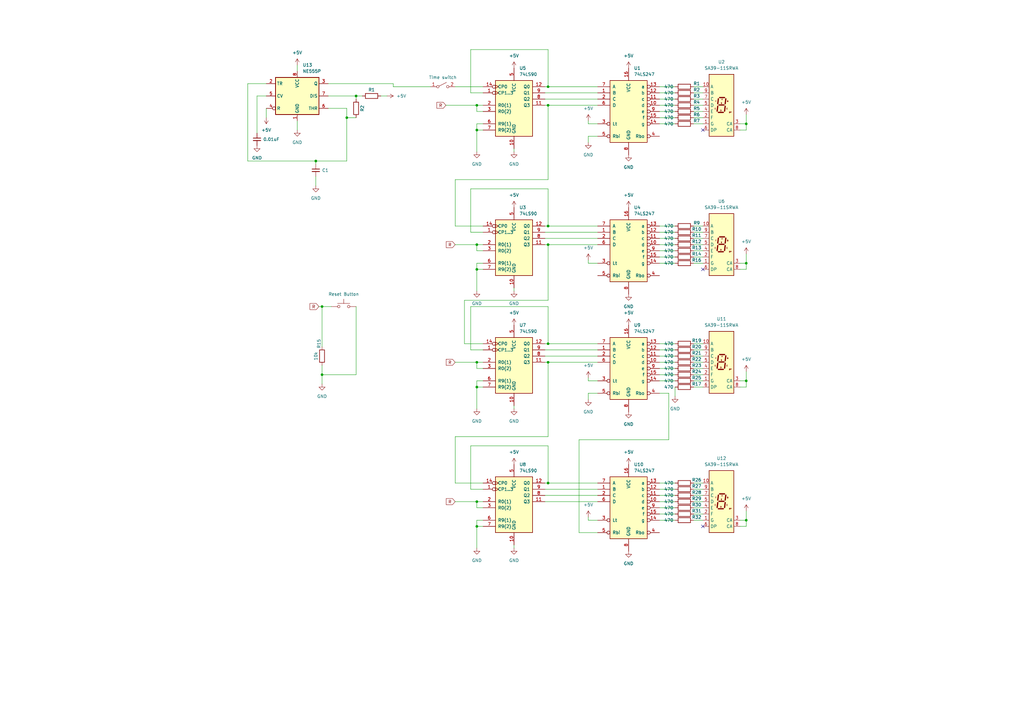
<source format=kicad_sch>
(kicad_sch (version 20230121) (generator eeschema)

  (uuid 37f932d7-a097-47b6-90d5-5f7dfb5062fc)

  (paper "A3")

  (lib_symbols
    (symbol "74xx:74LS247" (pin_names (offset 1.016)) (in_bom yes) (on_board yes)
      (property "Reference" "U" (at -7.62 13.97 0)
        (effects (font (size 1.27 1.27)))
      )
      (property "Value" "74LS247" (at -7.62 -13.97 0)
        (effects (font (size 1.27 1.27)))
      )
      (property "Footprint" "" (at 0 0 0)
        (effects (font (size 1.27 1.27)) hide)
      )
      (property "Datasheet" "http://www.ti.com/lit/gpn/sn74LS247" (at 0 0 0)
        (effects (font (size 1.27 1.27)) hide)
      )
      (property "ki_locked" "" (at 0 0 0)
        (effects (font (size 1.27 1.27)))
      )
      (property "ki_keywords" "TTL DECOD" (at 0 0 0)
        (effects (font (size 1.27 1.27)) hide)
      )
      (property "ki_description" "BCD to 7 segments Decoder Open Collector active Low" (at 0 0 0)
        (effects (font (size 1.27 1.27)) hide)
      )
      (property "ki_fp_filters" "DIP?16*" (at 0 0 0)
        (effects (font (size 1.27 1.27)) hide)
      )
      (symbol "74LS247_1_0"
        (pin input line (at -12.7 7.62 0) (length 5.08)
          (name "B" (effects (font (size 1.27 1.27))))
          (number "1" (effects (font (size 1.27 1.27))))
        )
        (pin open_collector inverted (at 12.7 2.54 180) (length 5.08)
          (name "d" (effects (font (size 1.27 1.27))))
          (number "10" (effects (font (size 1.27 1.27))))
        )
        (pin open_collector inverted (at 12.7 5.08 180) (length 5.08)
          (name "c" (effects (font (size 1.27 1.27))))
          (number "11" (effects (font (size 1.27 1.27))))
        )
        (pin open_collector inverted (at 12.7 7.62 180) (length 5.08)
          (name "b" (effects (font (size 1.27 1.27))))
          (number "12" (effects (font (size 1.27 1.27))))
        )
        (pin open_collector inverted (at 12.7 10.16 180) (length 5.08)
          (name "a" (effects (font (size 1.27 1.27))))
          (number "13" (effects (font (size 1.27 1.27))))
        )
        (pin open_collector inverted (at 12.7 -5.08 180) (length 5.08)
          (name "g" (effects (font (size 1.27 1.27))))
          (number "14" (effects (font (size 1.27 1.27))))
        )
        (pin open_collector inverted (at 12.7 -2.54 180) (length 5.08)
          (name "f" (effects (font (size 1.27 1.27))))
          (number "15" (effects (font (size 1.27 1.27))))
        )
        (pin power_in line (at 0 17.78 270) (length 5.08)
          (name "VCC" (effects (font (size 1.27 1.27))))
          (number "16" (effects (font (size 1.27 1.27))))
        )
        (pin input line (at -12.7 5.08 0) (length 5.08)
          (name "C" (effects (font (size 1.27 1.27))))
          (number "2" (effects (font (size 1.27 1.27))))
        )
        (pin input inverted (at -12.7 -5.08 0) (length 5.08)
          (name "Lt" (effects (font (size 1.27 1.27))))
          (number "3" (effects (font (size 1.27 1.27))))
        )
        (pin output inverted (at 12.7 -10.16 180) (length 5.08)
          (name "Rbo" (effects (font (size 1.27 1.27))))
          (number "4" (effects (font (size 1.27 1.27))))
        )
        (pin input inverted (at -12.7 -10.16 0) (length 5.08)
          (name "Rbi" (effects (font (size 1.27 1.27))))
          (number "5" (effects (font (size 1.27 1.27))))
        )
        (pin input line (at -12.7 2.54 0) (length 5.08)
          (name "D" (effects (font (size 1.27 1.27))))
          (number "6" (effects (font (size 1.27 1.27))))
        )
        (pin input line (at -12.7 10.16 0) (length 5.08)
          (name "A" (effects (font (size 1.27 1.27))))
          (number "7" (effects (font (size 1.27 1.27))))
        )
        (pin power_in line (at 0 -17.78 90) (length 5.08)
          (name "GND" (effects (font (size 1.27 1.27))))
          (number "8" (effects (font (size 1.27 1.27))))
        )
        (pin open_collector inverted (at 12.7 0 180) (length 5.08)
          (name "e" (effects (font (size 1.27 1.27))))
          (number "9" (effects (font (size 1.27 1.27))))
        )
      )
      (symbol "74LS247_1_1"
        (rectangle (start -7.62 12.7) (end 7.62 -12.7)
          (stroke (width 0.254) (type default))
          (fill (type background))
        )
      )
    )
    (symbol "74xx:74LS90" (pin_names (offset 1.016)) (in_bom yes) (on_board yes)
      (property "Reference" "U" (at -7.62 11.43 0)
        (effects (font (size 1.27 1.27)))
      )
      (property "Value" "74LS90" (at -7.62 -13.97 0)
        (effects (font (size 1.27 1.27)))
      )
      (property "Footprint" "" (at 0 0 0)
        (effects (font (size 1.27 1.27)) hide)
      )
      (property "Datasheet" "http://www.ti.com/lit/gpn/sn74LS90" (at 0 0 0)
        (effects (font (size 1.27 1.27)) hide)
      )
      (property "ki_locked" "" (at 0 0 0)
        (effects (font (size 1.27 1.27)))
      )
      (property "ki_keywords" "TTL CNT CNT4" (at 0 0 0)
        (effects (font (size 1.27 1.27)) hide)
      )
      (property "ki_description" "BCD Counter ( div 2 & div 5 )" (at 0 0 0)
        (effects (font (size 1.27 1.27)) hide)
      )
      (property "ki_fp_filters" "DIP?12*" (at 0 0 0)
        (effects (font (size 1.27 1.27)) hide)
      )
      (symbol "74LS90_1_0"
        (pin input inverted_clock (at -12.7 5.08 0) (length 5.08)
          (name "CP1..3" (effects (font (size 1.27 1.27))))
          (number "1" (effects (font (size 1.27 1.27))))
        )
        (pin power_in line (at 0 -17.78 90) (length 5.08)
          (name "GND" (effects (font (size 1.27 1.27))))
          (number "10" (effects (font (size 1.27 1.27))))
        )
        (pin output line (at 12.7 0 180) (length 5.08)
          (name "Q3" (effects (font (size 1.27 1.27))))
          (number "11" (effects (font (size 1.27 1.27))))
        )
        (pin output line (at 12.7 7.62 180) (length 5.08)
          (name "Q0" (effects (font (size 1.27 1.27))))
          (number "12" (effects (font (size 1.27 1.27))))
        )
        (pin input inverted_clock (at -12.7 7.62 0) (length 5.08)
          (name "CP0" (effects (font (size 1.27 1.27))))
          (number "14" (effects (font (size 1.27 1.27))))
        )
        (pin input line (at -12.7 0 0) (length 5.08)
          (name "R0(1)" (effects (font (size 1.27 1.27))))
          (number "2" (effects (font (size 1.27 1.27))))
        )
        (pin input line (at -12.7 -2.54 0) (length 5.08)
          (name "R0(2)" (effects (font (size 1.27 1.27))))
          (number "3" (effects (font (size 1.27 1.27))))
        )
        (pin power_in line (at 0 15.24 270) (length 5.08)
          (name "VCC" (effects (font (size 1.27 1.27))))
          (number "5" (effects (font (size 1.27 1.27))))
        )
        (pin input line (at -12.7 -7.62 0) (length 5.08)
          (name "R9(1)" (effects (font (size 1.27 1.27))))
          (number "6" (effects (font (size 1.27 1.27))))
        )
        (pin input line (at -12.7 -10.16 0) (length 5.08)
          (name "R9(2)" (effects (font (size 1.27 1.27))))
          (number "7" (effects (font (size 1.27 1.27))))
        )
        (pin output line (at 12.7 2.54 180) (length 5.08)
          (name "Q2" (effects (font (size 1.27 1.27))))
          (number "8" (effects (font (size 1.27 1.27))))
        )
        (pin output line (at 12.7 5.08 180) (length 5.08)
          (name "Q1" (effects (font (size 1.27 1.27))))
          (number "9" (effects (font (size 1.27 1.27))))
        )
      )
      (symbol "74LS90_1_1"
        (rectangle (start -7.62 10.16) (end 7.62 -12.7)
          (stroke (width 0.254) (type default))
          (fill (type background))
        )
      )
    )
    (symbol "Device:C_Small" (pin_numbers hide) (pin_names (offset 0.254) hide) (in_bom yes) (on_board yes)
      (property "Reference" "C" (at 0.254 1.778 0)
        (effects (font (size 1.27 1.27)) (justify left))
      )
      (property "Value" "C_Small" (at 0.254 -2.032 0)
        (effects (font (size 1.27 1.27)) (justify left))
      )
      (property "Footprint" "" (at 0 0 0)
        (effects (font (size 1.27 1.27)) hide)
      )
      (property "Datasheet" "~" (at 0 0 0)
        (effects (font (size 1.27 1.27)) hide)
      )
      (property "ki_keywords" "capacitor cap" (at 0 0 0)
        (effects (font (size 1.27 1.27)) hide)
      )
      (property "ki_description" "Unpolarized capacitor, small symbol" (at 0 0 0)
        (effects (font (size 1.27 1.27)) hide)
      )
      (property "ki_fp_filters" "C_*" (at 0 0 0)
        (effects (font (size 1.27 1.27)) hide)
      )
      (symbol "C_Small_0_1"
        (polyline
          (pts
            (xy -1.524 -0.508)
            (xy 1.524 -0.508)
          )
          (stroke (width 0.3302) (type default))
          (fill (type none))
        )
        (polyline
          (pts
            (xy -1.524 0.508)
            (xy 1.524 0.508)
          )
          (stroke (width 0.3048) (type default))
          (fill (type none))
        )
      )
      (symbol "C_Small_1_1"
        (pin passive line (at 0 2.54 270) (length 2.032)
          (name "~" (effects (font (size 1.27 1.27))))
          (number "1" (effects (font (size 1.27 1.27))))
        )
        (pin passive line (at 0 -2.54 90) (length 2.032)
          (name "~" (effects (font (size 1.27 1.27))))
          (number "2" (effects (font (size 1.27 1.27))))
        )
      )
    )
    (symbol "Device:R" (pin_numbers hide) (pin_names (offset 0)) (in_bom yes) (on_board yes)
      (property "Reference" "R" (at 2.032 0 90)
        (effects (font (size 1.27 1.27)))
      )
      (property "Value" "R" (at 0 0 90)
        (effects (font (size 1.27 1.27)))
      )
      (property "Footprint" "" (at -1.778 0 90)
        (effects (font (size 1.27 1.27)) hide)
      )
      (property "Datasheet" "~" (at 0 0 0)
        (effects (font (size 1.27 1.27)) hide)
      )
      (property "ki_keywords" "R res resistor" (at 0 0 0)
        (effects (font (size 1.27 1.27)) hide)
      )
      (property "ki_description" "Resistor" (at 0 0 0)
        (effects (font (size 1.27 1.27)) hide)
      )
      (property "ki_fp_filters" "R_*" (at 0 0 0)
        (effects (font (size 1.27 1.27)) hide)
      )
      (symbol "R_0_1"
        (rectangle (start -1.016 -2.54) (end 1.016 2.54)
          (stroke (width 0.254) (type default))
          (fill (type none))
        )
      )
      (symbol "R_1_1"
        (pin passive line (at 0 3.81 270) (length 1.27)
          (name "~" (effects (font (size 1.27 1.27))))
          (number "1" (effects (font (size 1.27 1.27))))
        )
        (pin passive line (at 0 -3.81 90) (length 1.27)
          (name "~" (effects (font (size 1.27 1.27))))
          (number "2" (effects (font (size 1.27 1.27))))
        )
      )
    )
    (symbol "Display_Character:SA39-11SRWA" (in_bom yes) (on_board yes)
      (property "Reference" "U" (at -3.81 13.97 0)
        (effects (font (size 1.27 1.27)))
      )
      (property "Value" "SA39-11SRWA" (at 6.35 13.97 0)
        (effects (font (size 1.27 1.27)))
      )
      (property "Footprint" "Display_7Segment:Sx39-1xxxxx" (at 0 -13.97 0)
        (effects (font (size 1.27 1.27)) hide)
      )
      (property "Datasheet" "http://www.kingbrightusa.com/images/catalog/SPEC/sa39-11srwa.pdf" (at 0 0 0)
        (effects (font (size 1.27 1.27)) hide)
      )
      (property "ki_keywords" "display LED 7-segment" (at 0 0 0)
        (effects (font (size 1.27 1.27)) hide)
      )
      (property "ki_description" "Single digit 7 segment display, super bright red, common anode" (at 0 0 0)
        (effects (font (size 1.27 1.27)) hide)
      )
      (property "ki_fp_filters" "S?39?1*" (at 0 0 0)
        (effects (font (size 1.27 1.27)) hide)
      )
      (symbol "SA39-11SRWA_1_0"
        (text "A" (at 0.254 2.413 0)
          (effects (font (size 0.508 0.508)))
        )
        (text "B" (at 2.54 1.651 0)
          (effects (font (size 0.508 0.508)))
        )
        (text "C" (at 2.286 -1.397 0)
          (effects (font (size 0.508 0.508)))
        )
        (text "D" (at -0.254 -2.159 0)
          (effects (font (size 0.508 0.508)))
        )
        (text "DP" (at 3.556 -2.921 0)
          (effects (font (size 0.508 0.508)))
        )
        (text "E" (at -2.54 -1.397 0)
          (effects (font (size 0.508 0.508)))
        )
        (text "F" (at -2.286 1.651 0)
          (effects (font (size 0.508 0.508)))
        )
        (text "G" (at 0 0.889 0)
          (effects (font (size 0.508 0.508)))
        )
      )
      (symbol "SA39-11SRWA_1_1"
        (rectangle (start -5.08 12.7) (end 5.08 -12.7)
          (stroke (width 0.254) (type default))
          (fill (type background))
        )
        (polyline
          (pts
            (xy -1.524 -0.381)
            (xy -1.778 -2.413)
          )
          (stroke (width 0.508) (type default))
          (fill (type none))
        )
        (polyline
          (pts
            (xy -1.27 -2.921)
            (xy 0.762 -2.921)
          )
          (stroke (width 0.508) (type default))
          (fill (type none))
        )
        (polyline
          (pts
            (xy -1.27 2.667)
            (xy -1.524 0.635)
          )
          (stroke (width 0.508) (type default))
          (fill (type none))
        )
        (polyline
          (pts
            (xy -1.016 0.127)
            (xy 1.016 0.127)
          )
          (stroke (width 0.508) (type default))
          (fill (type none))
        )
        (polyline
          (pts
            (xy -0.762 3.175)
            (xy 1.27 3.175)
          )
          (stroke (width 0.508) (type default))
          (fill (type none))
        )
        (polyline
          (pts
            (xy 1.524 -0.381)
            (xy 1.27 -2.413)
          )
          (stroke (width 0.508) (type default))
          (fill (type none))
        )
        (polyline
          (pts
            (xy 1.778 2.667)
            (xy 1.524 0.635)
          )
          (stroke (width 0.508) (type default))
          (fill (type none))
        )
        (polyline
          (pts
            (xy 2.54 -2.921)
            (xy 2.54 -2.921)
          )
          (stroke (width 0.508) (type default))
          (fill (type none))
        )
        (pin input line (at -7.62 -7.62 0) (length 2.54)
          (name "G" (effects (font (size 1.27 1.27))))
          (number "1" (effects (font (size 1.27 1.27))))
        )
        (pin input line (at -7.62 7.62 0) (length 2.54)
          (name "A" (effects (font (size 1.27 1.27))))
          (number "10" (effects (font (size 1.27 1.27))))
        )
        (pin input line (at -7.62 -5.08 0) (length 2.54)
          (name "F" (effects (font (size 1.27 1.27))))
          (number "2" (effects (font (size 1.27 1.27))))
        )
        (pin input line (at 7.62 -7.62 180) (length 2.54)
          (name "CA" (effects (font (size 1.27 1.27))))
          (number "3" (effects (font (size 1.27 1.27))))
        )
        (pin input line (at -7.62 -2.54 0) (length 2.54)
          (name "E" (effects (font (size 1.27 1.27))))
          (number "4" (effects (font (size 1.27 1.27))))
        )
        (pin input line (at -7.62 0 0) (length 2.54)
          (name "D" (effects (font (size 1.27 1.27))))
          (number "5" (effects (font (size 1.27 1.27))))
        )
        (pin input line (at -7.62 -10.16 0) (length 2.54)
          (name "DP" (effects (font (size 1.27 1.27))))
          (number "6" (effects (font (size 1.27 1.27))))
        )
        (pin input line (at -7.62 2.54 0) (length 2.54)
          (name "C" (effects (font (size 1.27 1.27))))
          (number "7" (effects (font (size 1.27 1.27))))
        )
        (pin input line (at 7.62 -10.16 180) (length 2.54)
          (name "CA" (effects (font (size 1.27 1.27))))
          (number "8" (effects (font (size 1.27 1.27))))
        )
        (pin input line (at -7.62 5.08 0) (length 2.54)
          (name "B" (effects (font (size 1.27 1.27))))
          (number "9" (effects (font (size 1.27 1.27))))
        )
      )
    )
    (symbol "Switch:SW_Push" (pin_numbers hide) (pin_names (offset 1.016) hide) (in_bom yes) (on_board yes)
      (property "Reference" "SW" (at 1.27 2.54 0)
        (effects (font (size 1.27 1.27)) (justify left))
      )
      (property "Value" "SW_Push" (at 0 -1.524 0)
        (effects (font (size 1.27 1.27)))
      )
      (property "Footprint" "" (at 0 5.08 0)
        (effects (font (size 1.27 1.27)) hide)
      )
      (property "Datasheet" "~" (at 0 5.08 0)
        (effects (font (size 1.27 1.27)) hide)
      )
      (property "ki_keywords" "switch normally-open pushbutton push-button" (at 0 0 0)
        (effects (font (size 1.27 1.27)) hide)
      )
      (property "ki_description" "Push button switch, generic, two pins" (at 0 0 0)
        (effects (font (size 1.27 1.27)) hide)
      )
      (symbol "SW_Push_0_1"
        (circle (center -2.032 0) (radius 0.508)
          (stroke (width 0) (type default))
          (fill (type none))
        )
        (polyline
          (pts
            (xy 0 1.27)
            (xy 0 3.048)
          )
          (stroke (width 0) (type default))
          (fill (type none))
        )
        (polyline
          (pts
            (xy 2.54 1.27)
            (xy -2.54 1.27)
          )
          (stroke (width 0) (type default))
          (fill (type none))
        )
        (circle (center 2.032 0) (radius 0.508)
          (stroke (width 0) (type default))
          (fill (type none))
        )
        (pin passive line (at -5.08 0 0) (length 2.54)
          (name "1" (effects (font (size 1.27 1.27))))
          (number "1" (effects (font (size 1.27 1.27))))
        )
        (pin passive line (at 5.08 0 180) (length 2.54)
          (name "2" (effects (font (size 1.27 1.27))))
          (number "2" (effects (font (size 1.27 1.27))))
        )
      )
    )
    (symbol "Switch:SW_SPST" (pin_names (offset 0) hide) (in_bom yes) (on_board yes)
      (property "Reference" "SW" (at 0 3.175 0)
        (effects (font (size 1.27 1.27)))
      )
      (property "Value" "SW_SPST" (at 0 -2.54 0)
        (effects (font (size 1.27 1.27)))
      )
      (property "Footprint" "" (at 0 0 0)
        (effects (font (size 1.27 1.27)) hide)
      )
      (property "Datasheet" "~" (at 0 0 0)
        (effects (font (size 1.27 1.27)) hide)
      )
      (property "ki_keywords" "switch lever" (at 0 0 0)
        (effects (font (size 1.27 1.27)) hide)
      )
      (property "ki_description" "Single Pole Single Throw (SPST) switch" (at 0 0 0)
        (effects (font (size 1.27 1.27)) hide)
      )
      (symbol "SW_SPST_0_0"
        (circle (center -2.032 0) (radius 0.508)
          (stroke (width 0) (type default))
          (fill (type none))
        )
        (polyline
          (pts
            (xy -1.524 0.254)
            (xy 1.524 1.778)
          )
          (stroke (width 0) (type default))
          (fill (type none))
        )
        (circle (center 2.032 0) (radius 0.508)
          (stroke (width 0) (type default))
          (fill (type none))
        )
      )
      (symbol "SW_SPST_1_1"
        (pin passive line (at -5.08 0 0) (length 2.54)
          (name "A" (effects (font (size 1.27 1.27))))
          (number "1" (effects (font (size 1.27 1.27))))
        )
        (pin passive line (at 5.08 0 180) (length 2.54)
          (name "B" (effects (font (size 1.27 1.27))))
          (number "2" (effects (font (size 1.27 1.27))))
        )
      )
    )
    (symbol "Timer:NE555P" (in_bom yes) (on_board yes)
      (property "Reference" "U" (at -10.16 8.89 0)
        (effects (font (size 1.27 1.27)) (justify left))
      )
      (property "Value" "NE555P" (at 2.54 8.89 0)
        (effects (font (size 1.27 1.27)) (justify left))
      )
      (property "Footprint" "Package_DIP:DIP-8_W7.62mm" (at 16.51 -10.16 0)
        (effects (font (size 1.27 1.27)) hide)
      )
      (property "Datasheet" "http://www.ti.com/lit/ds/symlink/ne555.pdf" (at 21.59 -10.16 0)
        (effects (font (size 1.27 1.27)) hide)
      )
      (property "ki_keywords" "single timer 555" (at 0 0 0)
        (effects (font (size 1.27 1.27)) hide)
      )
      (property "ki_description" "Precision Timers, 555 compatible,  PDIP-8" (at 0 0 0)
        (effects (font (size 1.27 1.27)) hide)
      )
      (property "ki_fp_filters" "DIP*W7.62mm*" (at 0 0 0)
        (effects (font (size 1.27 1.27)) hide)
      )
      (symbol "NE555P_0_0"
        (pin power_in line (at 0 -10.16 90) (length 2.54)
          (name "GND" (effects (font (size 1.27 1.27))))
          (number "1" (effects (font (size 1.27 1.27))))
        )
        (pin power_in line (at 0 10.16 270) (length 2.54)
          (name "VCC" (effects (font (size 1.27 1.27))))
          (number "8" (effects (font (size 1.27 1.27))))
        )
      )
      (symbol "NE555P_0_1"
        (rectangle (start -8.89 -7.62) (end 8.89 7.62)
          (stroke (width 0.254) (type default))
          (fill (type background))
        )
        (rectangle (start -8.89 -7.62) (end 8.89 7.62)
          (stroke (width 0.254) (type default))
          (fill (type background))
        )
      )
      (symbol "NE555P_1_1"
        (pin input line (at -12.7 5.08 0) (length 3.81)
          (name "TR" (effects (font (size 1.27 1.27))))
          (number "2" (effects (font (size 1.27 1.27))))
        )
        (pin output line (at 12.7 5.08 180) (length 3.81)
          (name "Q" (effects (font (size 1.27 1.27))))
          (number "3" (effects (font (size 1.27 1.27))))
        )
        (pin input inverted (at -12.7 -5.08 0) (length 3.81)
          (name "R" (effects (font (size 1.27 1.27))))
          (number "4" (effects (font (size 1.27 1.27))))
        )
        (pin input line (at -12.7 0 0) (length 3.81)
          (name "CV" (effects (font (size 1.27 1.27))))
          (number "5" (effects (font (size 1.27 1.27))))
        )
        (pin input line (at 12.7 -5.08 180) (length 3.81)
          (name "THR" (effects (font (size 1.27 1.27))))
          (number "6" (effects (font (size 1.27 1.27))))
        )
        (pin input line (at 12.7 0 180) (length 3.81)
          (name "DIS" (effects (font (size 1.27 1.27))))
          (number "7" (effects (font (size 1.27 1.27))))
        )
      )
    )
    (symbol "power:+5V" (power) (pin_names (offset 0)) (in_bom yes) (on_board yes)
      (property "Reference" "#PWR" (at 0 -3.81 0)
        (effects (font (size 1.27 1.27)) hide)
      )
      (property "Value" "+5V" (at 0 3.556 0)
        (effects (font (size 1.27 1.27)))
      )
      (property "Footprint" "" (at 0 0 0)
        (effects (font (size 1.27 1.27)) hide)
      )
      (property "Datasheet" "" (at 0 0 0)
        (effects (font (size 1.27 1.27)) hide)
      )
      (property "ki_keywords" "global power" (at 0 0 0)
        (effects (font (size 1.27 1.27)) hide)
      )
      (property "ki_description" "Power symbol creates a global label with name \"+5V\"" (at 0 0 0)
        (effects (font (size 1.27 1.27)) hide)
      )
      (symbol "+5V_0_1"
        (polyline
          (pts
            (xy -0.762 1.27)
            (xy 0 2.54)
          )
          (stroke (width 0) (type default))
          (fill (type none))
        )
        (polyline
          (pts
            (xy 0 0)
            (xy 0 2.54)
          )
          (stroke (width 0) (type default))
          (fill (type none))
        )
        (polyline
          (pts
            (xy 0 2.54)
            (xy 0.762 1.27)
          )
          (stroke (width 0) (type default))
          (fill (type none))
        )
      )
      (symbol "+5V_1_1"
        (pin power_in line (at 0 0 90) (length 0) hide
          (name "+5V" (effects (font (size 1.27 1.27))))
          (number "1" (effects (font (size 1.27 1.27))))
        )
      )
    )
    (symbol "power:GND" (power) (pin_names (offset 0)) (in_bom yes) (on_board yes)
      (property "Reference" "#PWR" (at 0 -6.35 0)
        (effects (font (size 1.27 1.27)) hide)
      )
      (property "Value" "GND" (at 0 -3.81 0)
        (effects (font (size 1.27 1.27)))
      )
      (property "Footprint" "" (at 0 0 0)
        (effects (font (size 1.27 1.27)) hide)
      )
      (property "Datasheet" "" (at 0 0 0)
        (effects (font (size 1.27 1.27)) hide)
      )
      (property "ki_keywords" "global power" (at 0 0 0)
        (effects (font (size 1.27 1.27)) hide)
      )
      (property "ki_description" "Power symbol creates a global label with name \"GND\" , ground" (at 0 0 0)
        (effects (font (size 1.27 1.27)) hide)
      )
      (symbol "GND_0_1"
        (polyline
          (pts
            (xy 0 0)
            (xy 0 -1.27)
            (xy 1.27 -1.27)
            (xy 0 -2.54)
            (xy -1.27 -1.27)
            (xy 0 -1.27)
          )
          (stroke (width 0) (type default))
          (fill (type none))
        )
      )
      (symbol "GND_1_1"
        (pin power_in line (at 0 0 270) (length 0) hide
          (name "GND" (effects (font (size 1.27 1.27))))
          (number "1" (effects (font (size 1.27 1.27))))
        )
      )
    )
  )

  (junction (at 195.58 100.33) (diameter 0) (color 0 0 0 0)
    (uuid 0c2e4c39-39d1-4492-b541-e5b69f6876aa)
  )
  (junction (at 132.08 125.73) (diameter 0) (color 0 0 0 0)
    (uuid 19207e6c-9d1b-4ad4-9f3c-d931724f6d9d)
  )
  (junction (at 195.58 215.9) (diameter 0) (color 0 0 0 0)
    (uuid 1a5ca3b1-64cb-47d6-beb4-5cfadcb3cb30)
  )
  (junction (at 224.79 43.18) (diameter 0) (color 0 0 0 0)
    (uuid 25940165-06c7-4309-afe8-d9c01421a22e)
  )
  (junction (at 146.05 39.37) (diameter 0) (color 0 0 0 0)
    (uuid 464574c3-1fe5-4aba-ae4f-985635cce8b1)
  )
  (junction (at 224.79 140.97) (diameter 0) (color 0 0 0 0)
    (uuid 4700426a-9abf-4ed7-b95d-231cb4be59da)
  )
  (junction (at 224.79 148.59) (diameter 0) (color 0 0 0 0)
    (uuid 5139c181-85c8-4d67-9e41-76b81f14e68d)
  )
  (junction (at 195.58 110.49) (diameter 0) (color 0 0 0 0)
    (uuid 6451ebcd-d0eb-4533-bff1-36082ef86e7d)
  )
  (junction (at 195.58 205.74) (diameter 0) (color 0 0 0 0)
    (uuid 6d255036-666e-40e0-81f8-cb0cee2a1996)
  )
  (junction (at 132.08 153.67) (diameter 0) (color 0 0 0 0)
    (uuid 6d7e370c-cfc6-494b-9e6c-1e8ccfb5d7a6)
  )
  (junction (at 129.54 66.04) (diameter 0) (color 0 0 0 0)
    (uuid 6f929020-8143-4d00-9688-26b8b385deed)
  )
  (junction (at 306.07 156.21) (diameter 0) (color 0 0 0 0)
    (uuid 94016e86-4a20-4450-a691-00175d7f9937)
  )
  (junction (at 142.24 48.26) (diameter 0) (color 0 0 0 0)
    (uuid 9d6b6d4a-5b21-4a7b-abd7-fb314d41eb80)
  )
  (junction (at 195.58 158.75) (diameter 0) (color 0 0 0 0)
    (uuid a58c2121-b016-4088-bfe6-515af5c71cb8)
  )
  (junction (at 224.79 35.56) (diameter 0) (color 0 0 0 0)
    (uuid ad42ea00-08b8-4728-89a2-9e4550c0ab21)
  )
  (junction (at 306.07 50.8) (diameter 0) (color 0 0 0 0)
    (uuid af9fffb1-1b46-49ba-ae05-d7144337bac0)
  )
  (junction (at 224.79 92.71) (diameter 0) (color 0 0 0 0)
    (uuid b2af2130-f6fd-4cc1-b97d-5e18b6579828)
  )
  (junction (at 306.07 107.95) (diameter 0) (color 0 0 0 0)
    (uuid c3f560d4-9b34-4595-9971-c744b94eaef5)
  )
  (junction (at 224.79 198.12) (diameter 0) (color 0 0 0 0)
    (uuid cc723209-3f3a-4cbb-84c4-f3258a182c0d)
  )
  (junction (at 195.58 43.18) (diameter 0) (color 0 0 0 0)
    (uuid e409a181-e680-49a8-9644-c8291d2131a6)
  )
  (junction (at 306.07 213.36) (diameter 0) (color 0 0 0 0)
    (uuid e617bcca-1296-4a64-83a4-e15b2d5c465a)
  )
  (junction (at 195.58 53.34) (diameter 0) (color 0 0 0 0)
    (uuid f4e92baa-2ca1-4303-9e61-f2a8b783a43d)
  )
  (junction (at 195.58 148.59) (diameter 0) (color 0 0 0 0)
    (uuid f5add2f2-0a9a-4e62-90cf-92e8658c5390)
  )
  (junction (at 224.79 100.33) (diameter 0) (color 0 0 0 0)
    (uuid f93c9aa0-4f7e-40e6-9164-10cfa9969831)
  )

  (no_connect (at 288.29 110.49) (uuid 55a81b17-d02f-4ad6-85bb-d35c72796442))
  (no_connect (at 288.29 215.9) (uuid c8210a4b-77ff-48c7-9996-22153dc44d62))
  (no_connect (at 288.29 53.34) (uuid d51fd267-934c-400c-ab4e-73706fda8f51))

  (wire (pts (xy 224.79 140.97) (xy 224.79 125.73))
    (stroke (width 0) (type default))
    (uuid 008e8318-183c-4808-bfb7-03a74b8637d9)
  )
  (wire (pts (xy 101.6 34.29) (xy 109.22 34.29))
    (stroke (width 0) (type default))
    (uuid 00d2fbf2-bb0c-4cdb-a8f4-786534ae42dd)
  )
  (wire (pts (xy 274.32 180.34) (xy 237.49 180.34))
    (stroke (width 0) (type default))
    (uuid 0382474a-f730-4272-b8dd-792173da5d61)
  )
  (wire (pts (xy 195.58 53.34) (xy 195.58 50.8))
    (stroke (width 0) (type default))
    (uuid 04e6ac92-84e5-4a5a-ba7b-635aa76d6929)
  )
  (wire (pts (xy 224.79 35.56) (xy 224.79 20.32))
    (stroke (width 0) (type default))
    (uuid 053ff481-3bc8-41ae-81de-b2cc7594cf76)
  )
  (wire (pts (xy 284.48 102.87) (xy 288.29 102.87))
    (stroke (width 0) (type default))
    (uuid 0575ac34-a3e8-4797-a4c2-d789b546d9ac)
  )
  (wire (pts (xy 241.3 50.8) (xy 245.11 50.8))
    (stroke (width 0) (type default))
    (uuid 07e610a6-1773-4047-8ad7-38ebe4cd42c4)
  )
  (wire (pts (xy 284.48 208.28) (xy 288.29 208.28))
    (stroke (width 0) (type default))
    (uuid 099969d2-51b9-4d9c-8f79-ee1a201e5db3)
  )
  (wire (pts (xy 195.58 208.28) (xy 198.12 208.28))
    (stroke (width 0) (type default))
    (uuid 0f77ff19-732d-4ad1-a791-8c9699229e08)
  )
  (wire (pts (xy 276.86 140.97) (xy 270.51 140.97))
    (stroke (width 0) (type default))
    (uuid 0fcc29d1-2277-4013-9585-5d2915a73e99)
  )
  (wire (pts (xy 276.86 95.25) (xy 270.51 95.25))
    (stroke (width 0) (type default))
    (uuid 11ad7233-04d3-4300-8db8-5f6e80befc13)
  )
  (wire (pts (xy 276.86 143.51) (xy 270.51 143.51))
    (stroke (width 0) (type default))
    (uuid 121f7206-dbff-4bf3-a88d-d1c0b820a44f)
  )
  (wire (pts (xy 241.3 107.95) (xy 245.11 107.95))
    (stroke (width 0) (type default))
    (uuid 124ccd1f-d9fb-4911-bc24-25d1a638606b)
  )
  (wire (pts (xy 303.53 215.9) (xy 306.07 215.9))
    (stroke (width 0) (type default))
    (uuid 14433aa4-9136-477e-80bf-f33be181e720)
  )
  (wire (pts (xy 306.07 156.21) (xy 306.07 158.75))
    (stroke (width 0) (type default))
    (uuid 1558fc66-86bd-4a08-86a4-d0e6f881aaef)
  )
  (wire (pts (xy 284.48 107.95) (xy 288.29 107.95))
    (stroke (width 0) (type default))
    (uuid 15860d21-70bc-4e73-857e-7f2aad3d9fb1)
  )
  (wire (pts (xy 186.69 205.74) (xy 195.58 205.74))
    (stroke (width 0) (type default))
    (uuid 15dc1752-3db8-4bd4-bfd3-36f8698d6b16)
  )
  (wire (pts (xy 223.52 140.97) (xy 224.79 140.97))
    (stroke (width 0) (type default))
    (uuid 168899af-0cb9-41c1-869c-ceb30d2fb1a8)
  )
  (wire (pts (xy 195.58 43.18) (xy 195.58 45.72))
    (stroke (width 0) (type default))
    (uuid 1b9ff314-7682-40c7-a478-2b54d5a4f98f)
  )
  (wire (pts (xy 223.52 38.1) (xy 245.11 38.1))
    (stroke (width 0) (type default))
    (uuid 1c7d6941-5d95-4c2c-a07f-35af66e72b55)
  )
  (wire (pts (xy 186.69 198.12) (xy 198.12 198.12))
    (stroke (width 0) (type default))
    (uuid 1dbf1dc9-b11a-4ca9-b925-a1c67106ae6b)
  )
  (wire (pts (xy 276.86 156.21) (xy 270.51 156.21))
    (stroke (width 0) (type default))
    (uuid 1e170508-1a04-4374-b27c-4cb0bbcbef23)
  )
  (wire (pts (xy 132.08 125.73) (xy 135.89 125.73))
    (stroke (width 0) (type default))
    (uuid 1e62e341-c89e-4f97-9a97-339936dcde19)
  )
  (wire (pts (xy 224.79 35.56) (xy 245.11 35.56))
    (stroke (width 0) (type default))
    (uuid 1fe036bd-35b9-4e44-9f1c-a0031f4db409)
  )
  (wire (pts (xy 142.24 44.45) (xy 142.24 48.26))
    (stroke (width 0) (type default))
    (uuid 201e05fa-3d66-4712-abce-c06060bf960d)
  )
  (wire (pts (xy 224.79 182.88) (xy 193.04 182.88))
    (stroke (width 0) (type default))
    (uuid 22f395b6-1aef-4433-bc51-84c4438a7d30)
  )
  (wire (pts (xy 223.52 200.66) (xy 245.11 200.66))
    (stroke (width 0) (type default))
    (uuid 232d4a01-0b51-4e72-92ea-53565cb57eea)
  )
  (wire (pts (xy 241.3 161.29) (xy 245.11 161.29))
    (stroke (width 0) (type default))
    (uuid 260c5c7a-4a32-49a0-8e11-9ee869ed875b)
  )
  (wire (pts (xy 284.48 146.05) (xy 288.29 146.05))
    (stroke (width 0) (type default))
    (uuid 2730ba37-1b13-402f-bdb3-3a88ed0f575e)
  )
  (wire (pts (xy 195.58 213.36) (xy 198.12 213.36))
    (stroke (width 0) (type default))
    (uuid 27785c65-e297-44aa-829f-5c21a7eaf834)
  )
  (wire (pts (xy 306.07 152.4) (xy 306.07 156.21))
    (stroke (width 0) (type default))
    (uuid 27c58c32-7529-42e3-ab77-4790168b1b90)
  )
  (wire (pts (xy 146.05 39.37) (xy 148.59 39.37))
    (stroke (width 0) (type default))
    (uuid 27d2e4f0-9e4b-4e52-9cc7-d05523106dcf)
  )
  (wire (pts (xy 195.58 119.38) (xy 195.58 110.49))
    (stroke (width 0) (type default))
    (uuid 27fe2e0e-86cd-4a11-988c-390b89c59338)
  )
  (wire (pts (xy 198.12 43.18) (xy 195.58 43.18))
    (stroke (width 0) (type default))
    (uuid 286c6797-2f78-434e-941b-b044022417d3)
  )
  (wire (pts (xy 129.54 72.39) (xy 129.54 76.2))
    (stroke (width 0) (type default))
    (uuid 289c1169-3a76-41a7-9265-6446d1420dd9)
  )
  (wire (pts (xy 156.21 39.37) (xy 158.75 39.37))
    (stroke (width 0) (type default))
    (uuid 2c4dfd70-617d-4357-9782-6e2122874a24)
  )
  (wire (pts (xy 237.49 180.34) (xy 237.49 218.44))
    (stroke (width 0) (type default))
    (uuid 2edc9cfd-ccde-46c1-8d53-0a9492187767)
  )
  (wire (pts (xy 284.48 213.36) (xy 288.29 213.36))
    (stroke (width 0) (type default))
    (uuid 2f83d90f-05e9-48c8-8dd6-16c86080c620)
  )
  (wire (pts (xy 161.29 35.56) (xy 176.53 35.56))
    (stroke (width 0) (type default))
    (uuid 300ab26c-c93e-44b2-8bac-5142c933925b)
  )
  (wire (pts (xy 186.69 35.56) (xy 198.12 35.56))
    (stroke (width 0) (type default))
    (uuid 3187a056-3872-4914-b65f-88c9f169e8ec)
  )
  (wire (pts (xy 276.86 153.67) (xy 270.51 153.67))
    (stroke (width 0) (type default))
    (uuid 3235ed4f-42d2-473f-be93-bde6f82d2da1)
  )
  (wire (pts (xy 146.05 125.73) (xy 146.05 153.67))
    (stroke (width 0) (type default))
    (uuid 3276b355-bbbb-4b8d-ab54-aa3a5344886d)
  )
  (wire (pts (xy 193.04 143.51) (xy 198.12 143.51))
    (stroke (width 0) (type default))
    (uuid 34e58556-43b7-4e69-99bc-7ca337a9330e)
  )
  (wire (pts (xy 284.48 198.12) (xy 288.29 198.12))
    (stroke (width 0) (type default))
    (uuid 35c4a3db-86b9-409f-82c9-c8f0d305a2c9)
  )
  (wire (pts (xy 276.86 97.79) (xy 270.51 97.79))
    (stroke (width 0) (type default))
    (uuid 36e983ea-a691-4273-8bab-3c2e70ec0813)
  )
  (wire (pts (xy 306.07 209.55) (xy 306.07 213.36))
    (stroke (width 0) (type default))
    (uuid 374144e8-7a03-4bc6-b1cc-1acea184149f)
  )
  (wire (pts (xy 306.07 50.8) (xy 303.53 50.8))
    (stroke (width 0) (type default))
    (uuid 37fda20e-df51-4fe0-918a-d9e6c9aaf0c5)
  )
  (wire (pts (xy 276.86 213.36) (xy 270.51 213.36))
    (stroke (width 0) (type default))
    (uuid 385a3c7a-2e20-4aed-b88c-ddb092ca4654)
  )
  (wire (pts (xy 306.07 50.8) (xy 306.07 53.34))
    (stroke (width 0) (type default))
    (uuid 3971098a-1da2-4612-a47f-08a975612202)
  )
  (wire (pts (xy 306.07 213.36) (xy 303.53 213.36))
    (stroke (width 0) (type default))
    (uuid 3b19a950-a697-409f-89f5-81f7a3a2b629)
  )
  (wire (pts (xy 101.6 66.04) (xy 101.6 34.29))
    (stroke (width 0) (type default))
    (uuid 40f53efc-e252-4976-b8bd-2b9d2a174eaa)
  )
  (wire (pts (xy 276.86 148.59) (xy 270.51 148.59))
    (stroke (width 0) (type default))
    (uuid 417f2319-3bd1-40eb-ad02-cb102acbe060)
  )
  (wire (pts (xy 223.52 40.64) (xy 245.11 40.64))
    (stroke (width 0) (type default))
    (uuid 418cbf44-3800-4fbf-9f73-7f949eec2246)
  )
  (wire (pts (xy 241.3 49.53) (xy 241.3 50.8))
    (stroke (width 0) (type default))
    (uuid 446240df-994d-4e99-bc25-239e34865a04)
  )
  (wire (pts (xy 224.79 198.12) (xy 245.11 198.12))
    (stroke (width 0) (type default))
    (uuid 45ea820d-e964-4f80-840c-68f2516e48b7)
  )
  (wire (pts (xy 132.08 153.67) (xy 132.08 149.86))
    (stroke (width 0) (type default))
    (uuid 4766367b-1aa2-4d2f-8f51-9eca7279bb26)
  )
  (wire (pts (xy 284.48 38.1) (xy 288.29 38.1))
    (stroke (width 0) (type default))
    (uuid 479b9b29-a24f-44de-a87f-2c50130937c0)
  )
  (wire (pts (xy 224.79 73.66) (xy 186.69 73.66))
    (stroke (width 0) (type default))
    (uuid 47a5a0e5-7f8f-4b29-b6ce-080875f5ca73)
  )
  (wire (pts (xy 284.48 95.25) (xy 288.29 95.25))
    (stroke (width 0) (type default))
    (uuid 48580833-aa1e-4efa-a3b6-f9a7ffde15c7)
  )
  (wire (pts (xy 306.07 156.21) (xy 303.53 156.21))
    (stroke (width 0) (type default))
    (uuid 4bd42183-397b-4dfa-bce9-aa4cb48f552c)
  )
  (wire (pts (xy 224.79 92.71) (xy 224.79 77.47))
    (stroke (width 0) (type default))
    (uuid 4c113153-eb0c-4525-b8be-332dda47bab2)
  )
  (wire (pts (xy 132.08 153.67) (xy 146.05 153.67))
    (stroke (width 0) (type default))
    (uuid 4c460b51-00d9-4d30-87bf-bc1c8b6e02af)
  )
  (wire (pts (xy 146.05 39.37) (xy 146.05 40.64))
    (stroke (width 0) (type default))
    (uuid 4d21b476-de2b-4eef-9fea-f45acefb0b15)
  )
  (wire (pts (xy 276.86 102.87) (xy 270.51 102.87))
    (stroke (width 0) (type default))
    (uuid 4ec69277-c912-4c85-a88c-df8499a4fd1b)
  )
  (wire (pts (xy 190.5 140.97) (xy 198.12 140.97))
    (stroke (width 0) (type default))
    (uuid 504817cc-ead8-4154-a37f-b2a9966b7e6d)
  )
  (wire (pts (xy 195.58 102.87) (xy 198.12 102.87))
    (stroke (width 0) (type default))
    (uuid 50631e3d-6580-4d5f-b816-b66cdf84d2f4)
  )
  (wire (pts (xy 121.92 49.53) (xy 121.92 53.34))
    (stroke (width 0) (type default))
    (uuid 50fb899e-304a-4d8e-b1df-9e44b646355e)
  )
  (wire (pts (xy 284.48 156.21) (xy 288.29 156.21))
    (stroke (width 0) (type default))
    (uuid 5212d6ea-6148-4152-a6bd-8864f6e47fad)
  )
  (wire (pts (xy 284.48 50.8) (xy 288.29 50.8))
    (stroke (width 0) (type default))
    (uuid 530edcb6-4afa-4c13-9ed3-d6de86162f17)
  )
  (wire (pts (xy 193.04 20.32) (xy 193.04 38.1))
    (stroke (width 0) (type default))
    (uuid 53805b96-48f5-4c97-97ed-510ccb1511f7)
  )
  (wire (pts (xy 241.3 58.42) (xy 241.3 55.88))
    (stroke (width 0) (type default))
    (uuid 5709631a-ee1f-4cd1-a66c-f4682615ff85)
  )
  (wire (pts (xy 276.86 35.56) (xy 270.51 35.56))
    (stroke (width 0) (type default))
    (uuid 5929926e-f003-4a34-a9e0-3ae0935f6e9b)
  )
  (wire (pts (xy 195.58 205.74) (xy 195.58 208.28))
    (stroke (width 0) (type default))
    (uuid 59420133-3f4b-4b3b-975a-dcb43db9ef19)
  )
  (wire (pts (xy 284.48 97.79) (xy 288.29 97.79))
    (stroke (width 0) (type default))
    (uuid 5a5ab192-3b28-4c36-840c-c598bd5ce5f5)
  )
  (wire (pts (xy 193.04 125.73) (xy 193.04 143.51))
    (stroke (width 0) (type default))
    (uuid 5c62a0ab-5e00-4192-9de9-334dde83902f)
  )
  (wire (pts (xy 193.04 77.47) (xy 193.04 95.25))
    (stroke (width 0) (type default))
    (uuid 5e5b63bb-e6fe-41fa-aaa9-03153a3ebb30)
  )
  (wire (pts (xy 186.69 92.71) (xy 198.12 92.71))
    (stroke (width 0) (type default))
    (uuid 5fb5b7ed-b77c-48e9-b9c4-55fe2ed05d3e)
  )
  (wire (pts (xy 284.48 100.33) (xy 288.29 100.33))
    (stroke (width 0) (type default))
    (uuid 60d55bc0-14e5-4a0c-9636-abc3de9a7cdc)
  )
  (wire (pts (xy 241.3 154.94) (xy 241.3 156.21))
    (stroke (width 0) (type default))
    (uuid 6127aaf4-77ec-47b8-9340-b928d184dd9f)
  )
  (wire (pts (xy 134.62 44.45) (xy 142.24 44.45))
    (stroke (width 0) (type default))
    (uuid 62d45357-b6a2-4b4d-86a7-ec81258a553a)
  )
  (wire (pts (xy 195.58 107.95) (xy 198.12 107.95))
    (stroke (width 0) (type default))
    (uuid 663c0786-1035-47c9-a78f-544a645e5cc4)
  )
  (wire (pts (xy 198.12 100.33) (xy 195.58 100.33))
    (stroke (width 0) (type default))
    (uuid 678253ad-2c9b-4fa4-8493-d6563ffe8be6)
  )
  (wire (pts (xy 210.82 167.64) (xy 210.82 166.37))
    (stroke (width 0) (type default))
    (uuid 6848d5a8-4525-4f49-b407-c1350e80cea5)
  )
  (wire (pts (xy 224.79 20.32) (xy 193.04 20.32))
    (stroke (width 0) (type default))
    (uuid 6b3f5346-43b0-48df-8e8c-3914b20d9178)
  )
  (wire (pts (xy 276.86 158.75) (xy 276.86 162.56))
    (stroke (width 0) (type default))
    (uuid 6d54995e-04f4-48c8-8ea8-dfb4c372b230)
  )
  (wire (pts (xy 195.58 45.72) (xy 198.12 45.72))
    (stroke (width 0) (type default))
    (uuid 6d5ac56f-e361-4057-8999-500c50f88494)
  )
  (wire (pts (xy 224.79 148.59) (xy 245.11 148.59))
    (stroke (width 0) (type default))
    (uuid 6d988c46-ec85-4e36-b6f8-56c1c15a741c)
  )
  (wire (pts (xy 276.86 100.33) (xy 270.51 100.33))
    (stroke (width 0) (type default))
    (uuid 6e4c024d-6bac-4528-8a23-c8f03d9bf856)
  )
  (wire (pts (xy 276.86 205.74) (xy 270.51 205.74))
    (stroke (width 0) (type default))
    (uuid 6eaecf3c-1142-4e52-bc33-47f361f0b3f3)
  )
  (wire (pts (xy 130.81 125.73) (xy 132.08 125.73))
    (stroke (width 0) (type default))
    (uuid 71ac88aa-eafc-419e-964e-179940bb87ac)
  )
  (wire (pts (xy 195.58 158.75) (xy 195.58 156.21))
    (stroke (width 0) (type default))
    (uuid 72d2d8f9-3ca3-4b0d-8361-0878a5336544)
  )
  (wire (pts (xy 186.69 73.66) (xy 186.69 92.71))
    (stroke (width 0) (type default))
    (uuid 73948c7a-31c5-4a8d-818e-af39a0524970)
  )
  (wire (pts (xy 224.79 77.47) (xy 193.04 77.47))
    (stroke (width 0) (type default))
    (uuid 76dc1745-d00b-4f92-9d94-ef0500e634e3)
  )
  (wire (pts (xy 223.52 35.56) (xy 224.79 35.56))
    (stroke (width 0) (type default))
    (uuid 79605305-90d4-40bd-8b22-b088902a5c69)
  )
  (wire (pts (xy 109.22 39.37) (xy 105.41 39.37))
    (stroke (width 0) (type default))
    (uuid 7c2bf97a-75de-4172-853d-cb4623862e9a)
  )
  (wire (pts (xy 276.86 38.1) (xy 270.51 38.1))
    (stroke (width 0) (type default))
    (uuid 7d7e3037-4152-44f4-82fc-d5a56ff510fc)
  )
  (wire (pts (xy 101.6 66.04) (xy 129.54 66.04))
    (stroke (width 0) (type default))
    (uuid 80fb3fd9-6c91-4cfd-bca2-c68147d5266a)
  )
  (wire (pts (xy 224.79 140.97) (xy 245.11 140.97))
    (stroke (width 0) (type default))
    (uuid 81fb4093-82ed-4b4b-b94f-a9e59955e440)
  )
  (wire (pts (xy 193.04 38.1) (xy 198.12 38.1))
    (stroke (width 0) (type default))
    (uuid 821dbc7a-1aed-40da-a81c-417aa9b00cf8)
  )
  (wire (pts (xy 284.48 43.18) (xy 288.29 43.18))
    (stroke (width 0) (type default))
    (uuid 8524d394-e6e8-4678-9fb5-9e870dc4b7d3)
  )
  (wire (pts (xy 303.53 158.75) (xy 306.07 158.75))
    (stroke (width 0) (type default))
    (uuid 8559fa7a-3bee-4467-a31f-7c5a511f346d)
  )
  (wire (pts (xy 276.86 48.26) (xy 270.51 48.26))
    (stroke (width 0) (type default))
    (uuid 856fffa6-4b77-4048-ae47-b6c77a367d10)
  )
  (wire (pts (xy 223.52 143.51) (xy 245.11 143.51))
    (stroke (width 0) (type default))
    (uuid 8597df76-c571-457d-9617-0c3a517f867d)
  )
  (wire (pts (xy 195.58 50.8) (xy 198.12 50.8))
    (stroke (width 0) (type default))
    (uuid 8646d33b-5a03-4b0e-9bec-4999e86892b9)
  )
  (wire (pts (xy 132.08 157.48) (xy 132.08 153.67))
    (stroke (width 0) (type default))
    (uuid 86ae0ce8-249b-4148-814f-4153fa2c019d)
  )
  (wire (pts (xy 284.48 151.13) (xy 288.29 151.13))
    (stroke (width 0) (type default))
    (uuid 8779ff35-263a-42c2-89ba-05728f467690)
  )
  (wire (pts (xy 223.52 43.18) (xy 224.79 43.18))
    (stroke (width 0) (type default))
    (uuid 87a65c12-d83e-4de5-b55e-ad918607f35d)
  )
  (wire (pts (xy 193.04 182.88) (xy 193.04 200.66))
    (stroke (width 0) (type default))
    (uuid 8a901dc9-b754-465d-adff-33a1285374ee)
  )
  (wire (pts (xy 134.62 39.37) (xy 146.05 39.37))
    (stroke (width 0) (type default))
    (uuid 8ccfee2c-13af-4b2a-956d-d6c0d8d68f27)
  )
  (wire (pts (xy 284.48 35.56) (xy 288.29 35.56))
    (stroke (width 0) (type default))
    (uuid 8cf24a92-3628-464f-9cf9-51a3e50d80b3)
  )
  (wire (pts (xy 129.54 66.04) (xy 142.24 66.04))
    (stroke (width 0) (type default))
    (uuid 8f7d48e4-311f-4467-8caf-e0e3c8e82b02)
  )
  (wire (pts (xy 193.04 200.66) (xy 198.12 200.66))
    (stroke (width 0) (type default))
    (uuid 90368453-2426-43cf-9964-7affab70f4c8)
  )
  (wire (pts (xy 223.52 198.12) (xy 224.79 198.12))
    (stroke (width 0) (type default))
    (uuid 92518650-a7e0-446f-8695-1840536aed01)
  )
  (wire (pts (xy 186.69 179.07) (xy 186.69 198.12))
    (stroke (width 0) (type default))
    (uuid 9308343d-9673-4be7-af70-66cb52612c9f)
  )
  (wire (pts (xy 195.58 167.64) (xy 195.58 158.75))
    (stroke (width 0) (type default))
    (uuid 93e170eb-6fdb-4e00-b53e-c5e6f0a8aac6)
  )
  (wire (pts (xy 284.48 205.74) (xy 288.29 205.74))
    (stroke (width 0) (type default))
    (uuid 944df254-066f-4ddf-907d-34726c85ca45)
  )
  (wire (pts (xy 109.22 44.45) (xy 109.22 48.26))
    (stroke (width 0) (type default))
    (uuid 9479b39d-c1c0-4dae-950a-261baec09e80)
  )
  (wire (pts (xy 276.86 45.72) (xy 270.51 45.72))
    (stroke (width 0) (type default))
    (uuid 9593d08e-23e8-45ff-88bc-b770f21b0ca9)
  )
  (wire (pts (xy 142.24 48.26) (xy 146.05 48.26))
    (stroke (width 0) (type default))
    (uuid 9596189e-5d71-4240-9700-5fa87feb1909)
  )
  (wire (pts (xy 142.24 48.26) (xy 142.24 66.04))
    (stroke (width 0) (type default))
    (uuid 999a99c2-4a1b-406d-81d6-cc1f066e4dcb)
  )
  (wire (pts (xy 223.52 203.2) (xy 245.11 203.2))
    (stroke (width 0) (type default))
    (uuid 99a77b3b-7684-4238-8588-661185b33b57)
  )
  (wire (pts (xy 241.3 213.36) (xy 245.11 213.36))
    (stroke (width 0) (type default))
    (uuid 9a209e4a-88c3-4073-9f90-b212a8a899fe)
  )
  (wire (pts (xy 306.07 213.36) (xy 306.07 215.9))
    (stroke (width 0) (type default))
    (uuid 9a23fae6-1fd3-4529-a4f6-7259cd3dcce8)
  )
  (wire (pts (xy 195.58 148.59) (xy 195.58 151.13))
    (stroke (width 0) (type default))
    (uuid 9a8261f1-1897-48fb-a091-079590af23fb)
  )
  (wire (pts (xy 190.5 123.19) (xy 190.5 140.97))
    (stroke (width 0) (type default))
    (uuid 9c195fca-bd07-411f-a486-edc98071c14f)
  )
  (wire (pts (xy 224.79 92.71) (xy 245.11 92.71))
    (stroke (width 0) (type default))
    (uuid 9ee13fd0-1182-4ede-953c-6e1002cec350)
  )
  (wire (pts (xy 223.52 148.59) (xy 224.79 148.59))
    (stroke (width 0) (type default))
    (uuid a229ff33-14a1-43a8-9a2d-e778fe771022)
  )
  (wire (pts (xy 193.04 95.25) (xy 198.12 95.25))
    (stroke (width 0) (type default))
    (uuid a244dfc6-9d6d-44ca-82cc-d42035cdc124)
  )
  (wire (pts (xy 223.52 92.71) (xy 224.79 92.71))
    (stroke (width 0) (type default))
    (uuid a3001a93-e07f-4360-bb03-0d0bca96e427)
  )
  (wire (pts (xy 276.86 210.82) (xy 270.51 210.82))
    (stroke (width 0) (type default))
    (uuid a6c95549-9d7b-4e79-8554-822ffe21f48b)
  )
  (wire (pts (xy 195.58 110.49) (xy 198.12 110.49))
    (stroke (width 0) (type default))
    (uuid a818f526-2014-4723-abee-2b14e5df4451)
  )
  (wire (pts (xy 210.82 62.23) (xy 210.82 60.96))
    (stroke (width 0) (type default))
    (uuid a9897f61-5be3-4cb9-b621-40dfe3002162)
  )
  (wire (pts (xy 276.86 200.66) (xy 270.51 200.66))
    (stroke (width 0) (type default))
    (uuid ac7ad3f5-f741-496f-8cc9-bafb557c0e7d)
  )
  (wire (pts (xy 241.3 106.68) (xy 241.3 107.95))
    (stroke (width 0) (type default))
    (uuid ad6fe4c0-cc8a-4ada-ac96-7d8112a30834)
  )
  (wire (pts (xy 284.48 40.64) (xy 288.29 40.64))
    (stroke (width 0) (type default))
    (uuid adf57afa-5f9e-4ddc-b250-d0beb5de78b7)
  )
  (wire (pts (xy 195.58 62.23) (xy 195.58 53.34))
    (stroke (width 0) (type default))
    (uuid ae0e7d59-acbf-4762-9ce1-ee8f595161de)
  )
  (wire (pts (xy 284.48 203.2) (xy 288.29 203.2))
    (stroke (width 0) (type default))
    (uuid ae182315-d250-4468-913f-e7532a3e01cb)
  )
  (wire (pts (xy 284.48 158.75) (xy 288.29 158.75))
    (stroke (width 0) (type default))
    (uuid b07a7f05-bf70-429d-8461-9c49312475a1)
  )
  (wire (pts (xy 241.3 156.21) (xy 245.11 156.21))
    (stroke (width 0) (type default))
    (uuid b11b1222-5871-4769-b903-b18073b8ab6f)
  )
  (wire (pts (xy 224.79 198.12) (xy 224.79 182.88))
    (stroke (width 0) (type default))
    (uuid b2da9a08-b2c0-4b2a-9420-a389ddbc9f02)
  )
  (wire (pts (xy 186.69 148.59) (xy 195.58 148.59))
    (stroke (width 0) (type default))
    (uuid b4f85cf3-c62b-464d-9929-9fc64b848c24)
  )
  (wire (pts (xy 306.07 104.14) (xy 306.07 107.95))
    (stroke (width 0) (type default))
    (uuid b5a164b3-66e1-4cf2-8e39-0f06f9e75515)
  )
  (wire (pts (xy 306.07 46.99) (xy 306.07 50.8))
    (stroke (width 0) (type default))
    (uuid b6abbd3b-bd87-4509-b51e-a20659a629a2)
  )
  (wire (pts (xy 241.3 212.09) (xy 241.3 213.36))
    (stroke (width 0) (type default))
    (uuid b87b9d16-cd67-4e16-b38b-9e4aca726aaa)
  )
  (wire (pts (xy 223.52 100.33) (xy 224.79 100.33))
    (stroke (width 0) (type default))
    (uuid b8ae1a9d-4ddb-47f6-9193-66f1b07d1ce0)
  )
  (wire (pts (xy 195.58 215.9) (xy 198.12 215.9))
    (stroke (width 0) (type default))
    (uuid b963b277-2e45-4b8c-89a0-cb1d48dae734)
  )
  (wire (pts (xy 195.58 151.13) (xy 198.12 151.13))
    (stroke (width 0) (type default))
    (uuid b9df251f-2d2e-4e2d-ab47-ae765d1e5ba7)
  )
  (wire (pts (xy 224.79 43.18) (xy 245.11 43.18))
    (stroke (width 0) (type default))
    (uuid bc49f603-c037-417d-9e93-0def9443896f)
  )
  (wire (pts (xy 284.48 140.97) (xy 288.29 140.97))
    (stroke (width 0) (type default))
    (uuid bc6d8161-f555-4c18-87d3-0886b2d73d93)
  )
  (wire (pts (xy 223.52 97.79) (xy 245.11 97.79))
    (stroke (width 0) (type default))
    (uuid bf8cb957-3c5f-4499-8e85-01b4c74944d8)
  )
  (wire (pts (xy 198.12 205.74) (xy 195.58 205.74))
    (stroke (width 0) (type default))
    (uuid c04a3541-072d-466b-91c1-4f80c43e12d2)
  )
  (wire (pts (xy 276.86 92.71) (xy 270.51 92.71))
    (stroke (width 0) (type default))
    (uuid c24f00cd-14a9-491b-bfb2-d122f82e041f)
  )
  (wire (pts (xy 276.86 105.41) (xy 270.51 105.41))
    (stroke (width 0) (type default))
    (uuid c31f2475-c41f-44c3-a4d4-9d6b774b00e4)
  )
  (wire (pts (xy 224.79 100.33) (xy 224.79 123.19))
    (stroke (width 0) (type default))
    (uuid c3abcfa6-d77e-4ea6-ace6-ad04513b08b7)
  )
  (wire (pts (xy 303.53 110.49) (xy 306.07 110.49))
    (stroke (width 0) (type default))
    (uuid c473bc73-baee-4526-80b0-ec59384f7e10)
  )
  (wire (pts (xy 210.82 119.38) (xy 210.82 118.11))
    (stroke (width 0) (type default))
    (uuid c4878103-5a35-400e-9e92-8e4556a3075f)
  )
  (wire (pts (xy 224.79 179.07) (xy 186.69 179.07))
    (stroke (width 0) (type default))
    (uuid c4a2363a-33e7-4092-828b-b922cddc3a1c)
  )
  (wire (pts (xy 284.48 45.72) (xy 288.29 45.72))
    (stroke (width 0) (type default))
    (uuid c5fb9e4a-0f41-4eaf-99b1-090460a86312)
  )
  (wire (pts (xy 284.48 143.51) (xy 288.29 143.51))
    (stroke (width 0) (type default))
    (uuid c61fcbb8-63c1-47fd-8e9c-4718cd2c7162)
  )
  (wire (pts (xy 195.58 100.33) (xy 195.58 102.87))
    (stroke (width 0) (type default))
    (uuid c720ad9c-b370-43b7-953e-383d13a39592)
  )
  (wire (pts (xy 284.48 148.59) (xy 288.29 148.59))
    (stroke (width 0) (type default))
    (uuid c90116df-7338-4ffb-af38-3d13a4a9f1ec)
  )
  (wire (pts (xy 129.54 66.04) (xy 129.54 67.31))
    (stroke (width 0) (type default))
    (uuid c97df530-d3d7-49bb-993a-45449461a8cb)
  )
  (wire (pts (xy 224.79 125.73) (xy 193.04 125.73))
    (stroke (width 0) (type default))
    (uuid cb916615-3e0e-4a1e-9a3c-78c36312a4ac)
  )
  (wire (pts (xy 274.32 161.29) (xy 274.32 180.34))
    (stroke (width 0) (type default))
    (uuid d09b99e9-2b96-4540-ab34-3df1a2ae9cdb)
  )
  (wire (pts (xy 105.41 39.37) (xy 105.41 54.61))
    (stroke (width 0) (type default))
    (uuid d15a6a25-a7fe-4482-aa27-a3d3fd38cf95)
  )
  (wire (pts (xy 276.86 40.64) (xy 270.51 40.64))
    (stroke (width 0) (type default))
    (uuid d3a6fd55-7a9c-43ab-a26f-a640ca00da6e)
  )
  (wire (pts (xy 303.53 53.34) (xy 306.07 53.34))
    (stroke (width 0) (type default))
    (uuid d54cfe9a-19a4-4df7-9591-43ce798a175c)
  )
  (wire (pts (xy 223.52 95.25) (xy 245.11 95.25))
    (stroke (width 0) (type default))
    (uuid d6102a27-88f8-4379-9719-76609bfad673)
  )
  (wire (pts (xy 195.58 110.49) (xy 195.58 107.95))
    (stroke (width 0) (type default))
    (uuid d6857abe-49d0-40cd-a273-ee39b0f88ea0)
  )
  (wire (pts (xy 224.79 123.19) (xy 190.5 123.19))
    (stroke (width 0) (type default))
    (uuid d792259c-98da-4285-a089-b0d2216541d6)
  )
  (wire (pts (xy 223.52 205.74) (xy 245.11 205.74))
    (stroke (width 0) (type default))
    (uuid d7d00a5b-3aaa-4d6f-8c67-49ee7666b894)
  )
  (wire (pts (xy 195.58 156.21) (xy 198.12 156.21))
    (stroke (width 0) (type default))
    (uuid d9424ac8-4e60-4666-bd56-7f47675fed2c)
  )
  (wire (pts (xy 161.29 34.29) (xy 161.29 35.56))
    (stroke (width 0) (type default))
    (uuid db29827d-0695-4b5f-8b64-ffe3b7d2d976)
  )
  (wire (pts (xy 284.48 48.26) (xy 288.29 48.26))
    (stroke (width 0) (type default))
    (uuid dbbca0b5-a33a-49c0-878b-e6f2c9baf189)
  )
  (wire (pts (xy 186.69 100.33) (xy 195.58 100.33))
    (stroke (width 0) (type default))
    (uuid dc18e8b1-06c5-4e2c-ac8b-2c87df4b94a2)
  )
  (wire (pts (xy 224.79 148.59) (xy 224.79 179.07))
    (stroke (width 0) (type default))
    (uuid dc557bc1-b0dd-4178-83e5-546df5bf4acb)
  )
  (wire (pts (xy 195.58 215.9) (xy 195.58 213.36))
    (stroke (width 0) (type default))
    (uuid dc9ad51c-5661-4182-9b01-0fcc89345b16)
  )
  (wire (pts (xy 224.79 100.33) (xy 245.11 100.33))
    (stroke (width 0) (type default))
    (uuid ddaae152-a576-42cf-900f-c8c20566500c)
  )
  (wire (pts (xy 223.52 146.05) (xy 245.11 146.05))
    (stroke (width 0) (type default))
    (uuid ddf32985-7d24-431b-bcca-c01d7dc8dc88)
  )
  (wire (pts (xy 284.48 153.67) (xy 288.29 153.67))
    (stroke (width 0) (type default))
    (uuid e099f05b-bd95-403a-b7e5-ece12b1aeb51)
  )
  (wire (pts (xy 241.3 55.88) (xy 245.11 55.88))
    (stroke (width 0) (type default))
    (uuid e0d418e2-5634-4386-939c-1b561573a2fa)
  )
  (wire (pts (xy 237.49 218.44) (xy 245.11 218.44))
    (stroke (width 0) (type default))
    (uuid e10617c9-d127-40b1-8844-5f4adf484b47)
  )
  (wire (pts (xy 276.86 146.05) (xy 270.51 146.05))
    (stroke (width 0) (type default))
    (uuid e1ac56cf-a415-49f6-b787-1ac4c83ef35f)
  )
  (wire (pts (xy 198.12 148.59) (xy 195.58 148.59))
    (stroke (width 0) (type default))
    (uuid e20ce652-0e1e-4dbf-a2c0-93778fb2f81a)
  )
  (wire (pts (xy 276.86 43.18) (xy 270.51 43.18))
    (stroke (width 0) (type default))
    (uuid e2431f14-78bf-43d7-8e83-2d658820dc5c)
  )
  (wire (pts (xy 276.86 208.28) (xy 270.51 208.28))
    (stroke (width 0) (type default))
    (uuid e4f606d9-7834-4c16-9e8f-858843a63c75)
  )
  (wire (pts (xy 270.51 161.29) (xy 274.32 161.29))
    (stroke (width 0) (type default))
    (uuid e670b7dd-172c-4faa-b32d-800aa4a499e2)
  )
  (wire (pts (xy 276.86 107.95) (xy 270.51 107.95))
    (stroke (width 0) (type default))
    (uuid e6d828bc-291a-4f92-84cb-456928775706)
  )
  (wire (pts (xy 195.58 158.75) (xy 198.12 158.75))
    (stroke (width 0) (type default))
    (uuid e97b60e9-2f79-45fa-bdbf-3bc8843f684a)
  )
  (wire (pts (xy 195.58 53.34) (xy 198.12 53.34))
    (stroke (width 0) (type default))
    (uuid ec0afbee-3433-48cd-b1ee-436deb9aa73e)
  )
  (wire (pts (xy 276.86 198.12) (xy 270.51 198.12))
    (stroke (width 0) (type default))
    (uuid ec514abf-966b-436e-8aaf-979922041697)
  )
  (wire (pts (xy 241.3 163.83) (xy 241.3 161.29))
    (stroke (width 0) (type default))
    (uuid ecb01f6a-b20d-4705-9b57-8a646c408246)
  )
  (wire (pts (xy 284.48 210.82) (xy 288.29 210.82))
    (stroke (width 0) (type default))
    (uuid eccc2da9-3c01-49b4-99e9-8f84d761e941)
  )
  (wire (pts (xy 224.79 43.18) (xy 224.79 73.66))
    (stroke (width 0) (type default))
    (uuid edbd9a7d-18fd-451d-a482-e26f5a72fc2d)
  )
  (wire (pts (xy 284.48 92.71) (xy 288.29 92.71))
    (stroke (width 0) (type default))
    (uuid edddb7ea-a0f7-43b9-89d6-d0b9ef2c6e1b)
  )
  (wire (pts (xy 132.08 125.73) (xy 132.08 142.24))
    (stroke (width 0) (type default))
    (uuid ee1282a0-a9ad-440d-b4c8-32c79b5c92db)
  )
  (wire (pts (xy 306.07 107.95) (xy 303.53 107.95))
    (stroke (width 0) (type default))
    (uuid ee1e7d44-1f6c-4c5a-9b98-0f56f13a3a91)
  )
  (wire (pts (xy 195.58 224.79) (xy 195.58 215.9))
    (stroke (width 0) (type default))
    (uuid f07ea8cb-b99d-4db6-8b16-17ac0a0957b2)
  )
  (wire (pts (xy 134.62 34.29) (xy 161.29 34.29))
    (stroke (width 0) (type default))
    (uuid f0db48da-a0a4-4332-936d-0446c6877ff3)
  )
  (wire (pts (xy 276.86 50.8) (xy 270.51 50.8))
    (stroke (width 0) (type default))
    (uuid f1e13981-dc75-4b11-95bc-c6e1d249c74e)
  )
  (wire (pts (xy 306.07 107.95) (xy 306.07 110.49))
    (stroke (width 0) (type default))
    (uuid f2a1803b-7861-4071-9d9b-cb9cb2788d7d)
  )
  (wire (pts (xy 182.88 43.18) (xy 195.58 43.18))
    (stroke (width 0) (type default))
    (uuid f4a2ca00-eac0-48fc-ab89-aabde8ebdc21)
  )
  (wire (pts (xy 210.82 224.79) (xy 210.82 223.52))
    (stroke (width 0) (type default))
    (uuid f6dc1e1d-47e6-4375-8355-432bcb7a38fe)
  )
  (wire (pts (xy 284.48 105.41) (xy 288.29 105.41))
    (stroke (width 0) (type default))
    (uuid f739b564-f030-40c1-83fc-a3e8e9a148f9)
  )
  (wire (pts (xy 276.86 203.2) (xy 270.51 203.2))
    (stroke (width 0) (type default))
    (uuid f8f4d439-d586-4532-a4d3-e6707456672b)
  )
  (wire (pts (xy 276.86 151.13) (xy 270.51 151.13))
    (stroke (width 0) (type default))
    (uuid f918bc19-4765-45bf-9b56-31e297960ff0)
  )
  (wire (pts (xy 284.48 200.66) (xy 288.29 200.66))
    (stroke (width 0) (type default))
    (uuid faf679e4-de7b-4a77-96eb-a708922af2bd)
  )
  (wire (pts (xy 121.92 26.67) (xy 121.92 29.21))
    (stroke (width 0) (type default))
    (uuid fdf4d2db-0831-4f85-84b0-dcdc9f67430a)
  )

  (global_label "R" (shape input) (at 186.69 205.74 180) (fields_autoplaced)
    (effects (font (size 1.27 1.27)) (justify right))
    (uuid 23c9b57a-9429-4d49-95c3-14bde538403b)
    (property "Intersheetrefs" "${INTERSHEET_REFS}" (at 182.4348 205.74 0)
      (effects (font (size 1.27 1.27)) (justify right) hide)
    )
  )
  (global_label "R" (shape input) (at 186.69 100.33 180) (fields_autoplaced)
    (effects (font (size 1.27 1.27)) (justify right))
    (uuid 423a2148-ace6-481c-aadb-e65346227621)
    (property "Intersheetrefs" "${INTERSHEET_REFS}" (at 182.4348 100.33 0)
      (effects (font (size 1.27 1.27)) (justify right) hide)
    )
  )
  (global_label "R" (shape input) (at 130.81 125.73 180) (fields_autoplaced)
    (effects (font (size 1.27 1.27)) (justify right))
    (uuid a851ec00-3163-46d8-bfd8-01b11173fe33)
    (property "Intersheetrefs" "${INTERSHEET_REFS}" (at 126.5548 125.73 0)
      (effects (font (size 1.27 1.27)) (justify right) hide)
    )
  )
  (global_label "R" (shape input) (at 182.88 43.18 180) (fields_autoplaced)
    (effects (font (size 1.27 1.27)) (justify right))
    (uuid b9f3a22d-a618-409e-afa2-7b239a129a78)
    (property "Intersheetrefs" "${INTERSHEET_REFS}" (at 178.6248 43.18 0)
      (effects (font (size 1.27 1.27)) (justify right) hide)
    )
  )
  (global_label "R" (shape input) (at 186.69 148.59 180) (fields_autoplaced)
    (effects (font (size 1.27 1.27)) (justify right))
    (uuid c4623bb7-2b63-4717-83b1-a252982b749a)
    (property "Intersheetrefs" "${INTERSHEET_REFS}" (at 182.4348 148.59 0)
      (effects (font (size 1.27 1.27)) (justify right) hide)
    )
  )

  (symbol (lib_id "power:GND") (at 257.81 63.5 0) (unit 1)
    (in_bom yes) (on_board yes) (dnp no) (fields_autoplaced)
    (uuid 0212fdb2-a9cf-4dfa-bc0a-2ed37dfa0f7a)
    (property "Reference" "#PWR03" (at 257.81 69.85 0)
      (effects (font (size 1.27 1.27)) hide)
    )
    (property "Value" "GND" (at 257.81 68.58 0)
      (effects (font (size 1.27 1.27)))
    )
    (property "Footprint" "" (at 257.81 63.5 0)
      (effects (font (size 1.27 1.27)) hide)
    )
    (property "Datasheet" "" (at 257.81 63.5 0)
      (effects (font (size 1.27 1.27)) hide)
    )
    (pin "1" (uuid 7d17bc92-e510-4167-85a0-c9e47d41df6b))
    (instances
      (project "timer"
        (path "/37f932d7-a097-47b6-90d5-5f7dfb5062fc"
          (reference "#PWR03") (unit 1)
        )
      )
    )
  )

  (symbol (lib_id "power:+5V") (at 109.22 48.26 0) (mirror x) (unit 1)
    (in_bom yes) (on_board yes) (dnp no)
    (uuid 08d06c17-e4cc-4ff2-a1d8-063e6587167b)
    (property "Reference" "#PWR036" (at 109.22 44.45 0)
      (effects (font (size 1.27 1.27)) hide)
    )
    (property "Value" "+5V" (at 109.22 53.34 0)
      (effects (font (size 1.27 1.27)))
    )
    (property "Footprint" "" (at 109.22 48.26 0)
      (effects (font (size 1.27 1.27)) hide)
    )
    (property "Datasheet" "" (at 109.22 48.26 0)
      (effects (font (size 1.27 1.27)) hide)
    )
    (pin "1" (uuid 6471b8d1-c2bd-4637-8a65-d594a8c38644))
    (instances
      (project "timer"
        (path "/37f932d7-a097-47b6-90d5-5f7dfb5062fc"
          (reference "#PWR036") (unit 1)
        )
      )
    )
  )

  (symbol (lib_id "power:GND") (at 210.82 167.64 0) (unit 1)
    (in_bom yes) (on_board yes) (dnp no) (fields_autoplaced)
    (uuid 098dbd20-9dc1-495f-9212-66dcffd6731e)
    (property "Reference" "#PWR023" (at 210.82 173.99 0)
      (effects (font (size 1.27 1.27)) hide)
    )
    (property "Value" "GND" (at 210.82 172.72 0)
      (effects (font (size 1.27 1.27)))
    )
    (property "Footprint" "" (at 210.82 167.64 0)
      (effects (font (size 1.27 1.27)) hide)
    )
    (property "Datasheet" "" (at 210.82 167.64 0)
      (effects (font (size 1.27 1.27)) hide)
    )
    (pin "1" (uuid fb7ad123-cca7-4820-807d-86409c3fa4ac))
    (instances
      (project "timer"
        (path "/37f932d7-a097-47b6-90d5-5f7dfb5062fc"
          (reference "#PWR023") (unit 1)
        )
      )
    )
  )

  (symbol (lib_id "Device:R") (at 280.67 97.79 90) (unit 1)
    (in_bom yes) (on_board yes) (dnp no)
    (uuid 0c1a4a38-78d4-4051-82fb-8e1d66075f47)
    (property "Reference" "R11" (at 285.75 96.52 90)
      (effects (font (size 1.27 1.27)))
    )
    (property "Value" "470" (at 274.32 97.79 90)
      (effects (font (size 1.27 1.27)))
    )
    (property "Footprint" "" (at 280.67 99.568 90)
      (effects (font (size 1.27 1.27)) hide)
    )
    (property "Datasheet" "~" (at 280.67 97.79 0)
      (effects (font (size 1.27 1.27)) hide)
    )
    (pin "1" (uuid b382d3f4-c110-4d9d-b351-5633ab05209b))
    (pin "2" (uuid 2995b598-a752-44fb-83bd-a3b0141e623d))
    (instances
      (project "timer"
        (path "/37f932d7-a097-47b6-90d5-5f7dfb5062fc"
          (reference "R11") (unit 1)
        )
      )
    )
  )

  (symbol (lib_id "Device:R") (at 280.67 35.56 90) (unit 1)
    (in_bom yes) (on_board yes) (dnp no)
    (uuid 0cf009c8-866a-477d-b150-82d45d2f171a)
    (property "Reference" "R1" (at 285.75 34.29 90)
      (effects (font (size 1.27 1.27)))
    )
    (property "Value" "470" (at 274.32 35.56 90)
      (effects (font (size 1.27 1.27)))
    )
    (property "Footprint" "" (at 280.67 37.338 90)
      (effects (font (size 1.27 1.27)) hide)
    )
    (property "Datasheet" "~" (at 280.67 35.56 0)
      (effects (font (size 1.27 1.27)) hide)
    )
    (pin "1" (uuid 58b02801-ebef-4e99-bf36-ec9a4bb751ed))
    (pin "2" (uuid 0005c0d8-94ff-48b1-9928-e7f096ac4e2b))
    (instances
      (project "timer"
        (path "/37f932d7-a097-47b6-90d5-5f7dfb5062fc"
          (reference "R1") (unit 1)
        )
      )
    )
  )

  (symbol (lib_id "power:GND") (at 210.82 119.38 0) (unit 1)
    (in_bom yes) (on_board yes) (dnp no) (fields_autoplaced)
    (uuid 118bb1a9-8d05-4256-af02-d396005e2fd0)
    (property "Reference" "#PWR08" (at 210.82 125.73 0)
      (effects (font (size 1.27 1.27)) hide)
    )
    (property "Value" "GND" (at 210.82 124.46 0)
      (effects (font (size 1.27 1.27)))
    )
    (property "Footprint" "" (at 210.82 119.38 0)
      (effects (font (size 1.27 1.27)) hide)
    )
    (property "Datasheet" "" (at 210.82 119.38 0)
      (effects (font (size 1.27 1.27)) hide)
    )
    (pin "1" (uuid f4bedb21-fa76-48c1-91c7-dbd5dba269dc))
    (instances
      (project "timer"
        (path "/37f932d7-a097-47b6-90d5-5f7dfb5062fc"
          (reference "#PWR08") (unit 1)
        )
      )
    )
  )

  (symbol (lib_id "power:+5V") (at 210.82 133.35 0) (unit 1)
    (in_bom yes) (on_board yes) (dnp no) (fields_autoplaced)
    (uuid 1265be99-95ad-4377-8545-8fbfa956c5e1)
    (property "Reference" "#PWR022" (at 210.82 137.16 0)
      (effects (font (size 1.27 1.27)) hide)
    )
    (property "Value" "+5V" (at 210.82 128.27 0)
      (effects (font (size 1.27 1.27)))
    )
    (property "Footprint" "" (at 210.82 133.35 0)
      (effects (font (size 1.27 1.27)) hide)
    )
    (property "Datasheet" "" (at 210.82 133.35 0)
      (effects (font (size 1.27 1.27)) hide)
    )
    (pin "1" (uuid 324ca1b3-61dd-4180-8c57-17808412f865))
    (instances
      (project "timer"
        (path "/37f932d7-a097-47b6-90d5-5f7dfb5062fc"
          (reference "#PWR022") (unit 1)
        )
      )
    )
  )

  (symbol (lib_id "power:+5V") (at 241.3 154.94 0) (unit 1)
    (in_bom yes) (on_board yes) (dnp no) (fields_autoplaced)
    (uuid 14d0df68-0f74-4a3c-9d19-44cdaebbf8d1)
    (property "Reference" "#PWR026" (at 241.3 158.75 0)
      (effects (font (size 1.27 1.27)) hide)
    )
    (property "Value" "+5V" (at 241.3 149.86 0)
      (effects (font (size 1.27 1.27)))
    )
    (property "Footprint" "" (at 241.3 154.94 0)
      (effects (font (size 1.27 1.27)) hide)
    )
    (property "Datasheet" "" (at 241.3 154.94 0)
      (effects (font (size 1.27 1.27)) hide)
    )
    (pin "1" (uuid d448f93d-4d4f-4cc9-adfe-dcdd1351f4f8))
    (instances
      (project "timer"
        (path "/37f932d7-a097-47b6-90d5-5f7dfb5062fc"
          (reference "#PWR026") (unit 1)
        )
      )
    )
  )

  (symbol (lib_id "Device:R") (at 280.67 203.2 90) (unit 1)
    (in_bom yes) (on_board yes) (dnp no)
    (uuid 200b02b3-6449-4e4e-93f5-e454fd784d4b)
    (property "Reference" "R28" (at 285.75 201.93 90)
      (effects (font (size 1.27 1.27)))
    )
    (property "Value" "470" (at 274.32 203.2 90)
      (effects (font (size 1.27 1.27)))
    )
    (property "Footprint" "" (at 280.67 204.978 90)
      (effects (font (size 1.27 1.27)) hide)
    )
    (property "Datasheet" "~" (at 280.67 203.2 0)
      (effects (font (size 1.27 1.27)) hide)
    )
    (pin "1" (uuid c133ba17-20e2-422e-9e1e-fa991348b738))
    (pin "2" (uuid f60aa38b-5015-4608-b209-0773846cc6fe))
    (instances
      (project "timer"
        (path "/37f932d7-a097-47b6-90d5-5f7dfb5062fc"
          (reference "R28") (unit 1)
        )
      )
    )
  )

  (symbol (lib_id "power:GND") (at 195.58 62.23 0) (unit 1)
    (in_bom yes) (on_board yes) (dnp no) (fields_autoplaced)
    (uuid 252392f1-d704-43dc-8a44-ecdc13a4e35d)
    (property "Reference" "#PWR012" (at 195.58 68.58 0)
      (effects (font (size 1.27 1.27)) hide)
    )
    (property "Value" "GND" (at 195.58 67.31 0)
      (effects (font (size 1.27 1.27)))
    )
    (property "Footprint" "" (at 195.58 62.23 0)
      (effects (font (size 1.27 1.27)) hide)
    )
    (property "Datasheet" "" (at 195.58 62.23 0)
      (effects (font (size 1.27 1.27)) hide)
    )
    (pin "1" (uuid fc3f4ed9-1633-4d78-9830-3f64628e9133))
    (instances
      (project "timer"
        (path "/37f932d7-a097-47b6-90d5-5f7dfb5062fc"
          (reference "#PWR012") (unit 1)
        )
      )
    )
  )

  (symbol (lib_id "Device:R") (at 280.67 38.1 90) (unit 1)
    (in_bom yes) (on_board yes) (dnp no)
    (uuid 254c2aec-45c0-4a7e-8e85-46c0b28b0a57)
    (property "Reference" "R2" (at 285.75 36.83 90)
      (effects (font (size 1.27 1.27)))
    )
    (property "Value" "470" (at 274.32 38.1 90)
      (effects (font (size 1.27 1.27)))
    )
    (property "Footprint" "" (at 280.67 39.878 90)
      (effects (font (size 1.27 1.27)) hide)
    )
    (property "Datasheet" "~" (at 280.67 38.1 0)
      (effects (font (size 1.27 1.27)) hide)
    )
    (pin "1" (uuid 4ed0b96a-1832-4051-9c42-4e93187bbd78))
    (pin "2" (uuid 8ab0d433-0b61-4756-8f37-a8d4737b151d))
    (instances
      (project "timer"
        (path "/37f932d7-a097-47b6-90d5-5f7dfb5062fc"
          (reference "R2") (unit 1)
        )
      )
    )
  )

  (symbol (lib_id "power:GND") (at 257.81 168.91 0) (unit 1)
    (in_bom yes) (on_board yes) (dnp no) (fields_autoplaced)
    (uuid 2cfa445f-8626-4bd9-8610-d66e26d5a80d)
    (property "Reference" "#PWR030" (at 257.81 175.26 0)
      (effects (font (size 1.27 1.27)) hide)
    )
    (property "Value" "GND" (at 257.81 173.99 0)
      (effects (font (size 1.27 1.27)))
    )
    (property "Footprint" "" (at 257.81 168.91 0)
      (effects (font (size 1.27 1.27)) hide)
    )
    (property "Datasheet" "" (at 257.81 168.91 0)
      (effects (font (size 1.27 1.27)) hide)
    )
    (pin "1" (uuid 49c935e6-ad04-4131-8530-e313094648be))
    (instances
      (project "timer"
        (path "/37f932d7-a097-47b6-90d5-5f7dfb5062fc"
          (reference "#PWR030") (unit 1)
        )
      )
    )
  )

  (symbol (lib_id "Device:R") (at 280.67 151.13 90) (unit 1)
    (in_bom yes) (on_board yes) (dnp no)
    (uuid 2d522af5-f963-47fd-85d5-4c7ae6e23006)
    (property "Reference" "R23" (at 285.75 149.86 90)
      (effects (font (size 1.27 1.27)))
    )
    (property "Value" "470" (at 274.32 151.13 90)
      (effects (font (size 1.27 1.27)))
    )
    (property "Footprint" "" (at 280.67 152.908 90)
      (effects (font (size 1.27 1.27)) hide)
    )
    (property "Datasheet" "~" (at 280.67 151.13 0)
      (effects (font (size 1.27 1.27)) hide)
    )
    (pin "1" (uuid 96f7b47b-4d7a-4b69-814e-f7be89baf943))
    (pin "2" (uuid 9cf34e31-78e0-4b32-a402-013e27b5339f))
    (instances
      (project "timer"
        (path "/37f932d7-a097-47b6-90d5-5f7dfb5062fc"
          (reference "R23") (unit 1)
        )
      )
    )
  )

  (symbol (lib_id "power:+5V") (at 257.81 27.94 0) (unit 1)
    (in_bom yes) (on_board yes) (dnp no) (fields_autoplaced)
    (uuid 30a53fe6-b968-4ea7-8449-33a8a0823184)
    (property "Reference" "#PWR05" (at 257.81 31.75 0)
      (effects (font (size 1.27 1.27)) hide)
    )
    (property "Value" "+5V" (at 257.81 22.86 0)
      (effects (font (size 1.27 1.27)))
    )
    (property "Footprint" "" (at 257.81 27.94 0)
      (effects (font (size 1.27 1.27)) hide)
    )
    (property "Datasheet" "" (at 257.81 27.94 0)
      (effects (font (size 1.27 1.27)) hide)
    )
    (pin "1" (uuid f19a1490-299d-4c01-a465-e11a66b2f953))
    (instances
      (project "timer"
        (path "/37f932d7-a097-47b6-90d5-5f7dfb5062fc"
          (reference "#PWR05") (unit 1)
        )
      )
    )
  )

  (symbol (lib_id "Device:R") (at 280.67 102.87 90) (unit 1)
    (in_bom yes) (on_board yes) (dnp no)
    (uuid 346e2972-2d6f-4544-83d9-47ed440085e4)
    (property "Reference" "R13" (at 285.75 101.6 90)
      (effects (font (size 1.27 1.27)))
    )
    (property "Value" "470" (at 274.32 102.87 90)
      (effects (font (size 1.27 1.27)))
    )
    (property "Footprint" "" (at 280.67 104.648 90)
      (effects (font (size 1.27 1.27)) hide)
    )
    (property "Datasheet" "~" (at 280.67 102.87 0)
      (effects (font (size 1.27 1.27)) hide)
    )
    (pin "1" (uuid ab12c7dc-3efb-45cb-8048-8e3ada5aad8a))
    (pin "2" (uuid f74d6062-c4c8-43ae-9760-13bfe4bf8266))
    (instances
      (project "timer"
        (path "/37f932d7-a097-47b6-90d5-5f7dfb5062fc"
          (reference "R13") (unit 1)
        )
      )
    )
  )

  (symbol (lib_id "Timer:NE555P") (at 121.92 39.37 0) (unit 1)
    (in_bom yes) (on_board yes) (dnp no) (fields_autoplaced)
    (uuid 35295357-3baf-4a82-9596-1105befd6192)
    (property "Reference" "U13" (at 124.1141 26.67 0)
      (effects (font (size 1.27 1.27)) (justify left))
    )
    (property "Value" "NE555P" (at 124.1141 29.21 0)
      (effects (font (size 1.27 1.27)) (justify left))
    )
    (property "Footprint" "Package_DIP:DIP-8_W7.62mm" (at 138.43 49.53 0)
      (effects (font (size 1.27 1.27)) hide)
    )
    (property "Datasheet" "http://www.ti.com/lit/ds/symlink/ne555.pdf" (at 143.51 49.53 0)
      (effects (font (size 1.27 1.27)) hide)
    )
    (pin "1" (uuid 0b1302e4-0384-4f47-8da6-372d7ffc83db))
    (pin "8" (uuid fe43fcf5-b205-41d1-b496-2c64dd791757))
    (pin "2" (uuid 075bd108-47a5-4c04-8ce3-3ed5636704d5))
    (pin "3" (uuid 93b388b5-3b07-4527-828b-2fd3b8236ebf))
    (pin "4" (uuid 05102c7f-3077-40ef-aecd-8454aab80189))
    (pin "5" (uuid 0291a680-0d11-4cbe-8626-413f87cd031e))
    (pin "6" (uuid 035e4ad7-ad8d-4e3c-8f87-d66f91213e4c))
    (pin "7" (uuid 4931f831-56b7-41a1-965a-a2f8eff1ce17))
    (instances
      (project "timer"
        (path "/37f932d7-a097-47b6-90d5-5f7dfb5062fc"
          (reference "U13") (unit 1)
        )
      )
    )
  )

  (symbol (lib_id "Device:C_Small") (at 105.41 57.15 0) (unit 1)
    (in_bom yes) (on_board yes) (dnp no)
    (uuid 35b9df30-e902-4adc-9114-c733c49679c6)
    (property "Reference" "C1" (at 107.95 55.8863 0)
      (effects (font (size 1.27 1.27)) (justify left) hide)
    )
    (property "Value" "0.01uF" (at 107.95 57.15 0)
      (effects (font (size 1.27 1.27)) (justify left))
    )
    (property "Footprint" "" (at 105.41 57.15 0)
      (effects (font (size 1.27 1.27)) hide)
    )
    (property "Datasheet" "~" (at 105.41 57.15 0)
      (effects (font (size 1.27 1.27)) hide)
    )
    (pin "1" (uuid c8e48fe5-5243-4b03-a60c-527c7d59ae33))
    (pin "2" (uuid 40a22010-c46f-465f-a13a-1cd9941158d3))
    (instances
      (project "timer"
        (path "/37f932d7-a097-47b6-90d5-5f7dfb5062fc"
          (reference "C1") (unit 1)
        )
      )
    )
  )

  (symbol (lib_id "power:GND") (at 210.82 224.79 0) (unit 1)
    (in_bom yes) (on_board yes) (dnp no) (fields_autoplaced)
    (uuid 3779ffa0-bbe3-485f-a049-1013150f8875)
    (property "Reference" "#PWR025" (at 210.82 231.14 0)
      (effects (font (size 1.27 1.27)) hide)
    )
    (property "Value" "GND" (at 210.82 229.87 0)
      (effects (font (size 1.27 1.27)))
    )
    (property "Footprint" "" (at 210.82 224.79 0)
      (effects (font (size 1.27 1.27)) hide)
    )
    (property "Datasheet" "" (at 210.82 224.79 0)
      (effects (font (size 1.27 1.27)) hide)
    )
    (pin "1" (uuid 1ba15958-430a-4765-9733-4c3baedabac6))
    (instances
      (project "timer"
        (path "/37f932d7-a097-47b6-90d5-5f7dfb5062fc"
          (reference "#PWR025") (unit 1)
        )
      )
    )
  )

  (symbol (lib_id "Device:R") (at 280.67 105.41 90) (unit 1)
    (in_bom yes) (on_board yes) (dnp no)
    (uuid 396cdc21-850b-4bf9-94bf-d2b32715dde5)
    (property "Reference" "R14" (at 285.75 104.14 90)
      (effects (font (size 1.27 1.27)))
    )
    (property "Value" "470" (at 274.32 105.41 90)
      (effects (font (size 1.27 1.27)))
    )
    (property "Footprint" "" (at 280.67 107.188 90)
      (effects (font (size 1.27 1.27)) hide)
    )
    (property "Datasheet" "~" (at 280.67 105.41 0)
      (effects (font (size 1.27 1.27)) hide)
    )
    (pin "1" (uuid 316359e8-cd3e-41d2-800a-27767fef20a0))
    (pin "2" (uuid 5ab45786-da8a-4f20-ba9b-ba1050637df3))
    (instances
      (project "timer"
        (path "/37f932d7-a097-47b6-90d5-5f7dfb5062fc"
          (reference "R14") (unit 1)
        )
      )
    )
  )

  (symbol (lib_id "power:+5V") (at 257.81 133.35 0) (unit 1)
    (in_bom yes) (on_board yes) (dnp no) (fields_autoplaced)
    (uuid 3d79fe8b-7105-400b-836d-e91e11140324)
    (property "Reference" "#PWR029" (at 257.81 137.16 0)
      (effects (font (size 1.27 1.27)) hide)
    )
    (property "Value" "+5V" (at 257.81 128.27 0)
      (effects (font (size 1.27 1.27)))
    )
    (property "Footprint" "" (at 257.81 133.35 0)
      (effects (font (size 1.27 1.27)) hide)
    )
    (property "Datasheet" "" (at 257.81 133.35 0)
      (effects (font (size 1.27 1.27)) hide)
    )
    (pin "1" (uuid 52b76577-a23f-42ed-a2aa-a63a919fc709))
    (instances
      (project "timer"
        (path "/37f932d7-a097-47b6-90d5-5f7dfb5062fc"
          (reference "#PWR029") (unit 1)
        )
      )
    )
  )

  (symbol (lib_id "power:+5V") (at 306.07 152.4 0) (unit 1)
    (in_bom yes) (on_board yes) (dnp no) (fields_autoplaced)
    (uuid 3e069860-38d9-40b6-a1c9-032a9f2169b7)
    (property "Reference" "#PWR033" (at 306.07 156.21 0)
      (effects (font (size 1.27 1.27)) hide)
    )
    (property "Value" "+5V" (at 306.07 147.32 0)
      (effects (font (size 1.27 1.27)))
    )
    (property "Footprint" "" (at 306.07 152.4 0)
      (effects (font (size 1.27 1.27)) hide)
    )
    (property "Datasheet" "" (at 306.07 152.4 0)
      (effects (font (size 1.27 1.27)) hide)
    )
    (pin "1" (uuid 38486217-f7be-4597-aa5a-7023e2081964))
    (instances
      (project "timer"
        (path "/37f932d7-a097-47b6-90d5-5f7dfb5062fc"
          (reference "#PWR033") (unit 1)
        )
      )
    )
  )

  (symbol (lib_id "power:GND") (at 105.41 59.69 0) (unit 1)
    (in_bom yes) (on_board yes) (dnp no) (fields_autoplaced)
    (uuid 3fa96ca8-823f-4096-a8af-8a96496ae3c3)
    (property "Reference" "#PWR035" (at 105.41 66.04 0)
      (effects (font (size 1.27 1.27)) hide)
    )
    (property "Value" "GND" (at 105.41 64.77 0)
      (effects (font (size 1.27 1.27)))
    )
    (property "Footprint" "" (at 105.41 59.69 0)
      (effects (font (size 1.27 1.27)) hide)
    )
    (property "Datasheet" "" (at 105.41 59.69 0)
      (effects (font (size 1.27 1.27)) hide)
    )
    (pin "1" (uuid b9c6c622-d5cb-41cc-8688-cc17d98dbc99))
    (instances
      (project "timer"
        (path "/37f932d7-a097-47b6-90d5-5f7dfb5062fc"
          (reference "#PWR035") (unit 1)
        )
      )
    )
  )

  (symbol (lib_id "power:GND") (at 210.82 62.23 0) (unit 1)
    (in_bom yes) (on_board yes) (dnp no) (fields_autoplaced)
    (uuid 4695b504-ff5d-4c81-825e-83326ad619fa)
    (property "Reference" "#PWR011" (at 210.82 68.58 0)
      (effects (font (size 1.27 1.27)) hide)
    )
    (property "Value" "GND" (at 210.82 67.31 0)
      (effects (font (size 1.27 1.27)))
    )
    (property "Footprint" "" (at 210.82 62.23 0)
      (effects (font (size 1.27 1.27)) hide)
    )
    (property "Datasheet" "" (at 210.82 62.23 0)
      (effects (font (size 1.27 1.27)) hide)
    )
    (pin "1" (uuid 397a68aa-a801-4091-b415-37f1380ddd43))
    (instances
      (project "timer"
        (path "/37f932d7-a097-47b6-90d5-5f7dfb5062fc"
          (reference "#PWR011") (unit 1)
        )
      )
    )
  )

  (symbol (lib_id "Device:R") (at 280.67 205.74 90) (unit 1)
    (in_bom yes) (on_board yes) (dnp no)
    (uuid 4a0ebb77-bdca-4f96-98d6-284604f81ad4)
    (property "Reference" "R29" (at 285.75 204.47 90)
      (effects (font (size 1.27 1.27)))
    )
    (property "Value" "470" (at 274.32 205.74 90)
      (effects (font (size 1.27 1.27)))
    )
    (property "Footprint" "" (at 280.67 207.518 90)
      (effects (font (size 1.27 1.27)) hide)
    )
    (property "Datasheet" "~" (at 280.67 205.74 0)
      (effects (font (size 1.27 1.27)) hide)
    )
    (pin "1" (uuid 4fa371d7-abf3-49fb-b138-a0cdadc3daf7))
    (pin "2" (uuid 09a80076-e6a9-4d43-b691-2799ca13d17d))
    (instances
      (project "timer"
        (path "/37f932d7-a097-47b6-90d5-5f7dfb5062fc"
          (reference "R29") (unit 1)
        )
      )
    )
  )

  (symbol (lib_id "power:GND") (at 276.86 162.56 0) (unit 1)
    (in_bom yes) (on_board yes) (dnp no) (fields_autoplaced)
    (uuid 4b104895-a7e8-4b58-8372-7a6fccb0d488)
    (property "Reference" "#PWR037" (at 276.86 168.91 0)
      (effects (font (size 1.27 1.27)) hide)
    )
    (property "Value" "GND" (at 276.86 167.64 0)
      (effects (font (size 1.27 1.27)))
    )
    (property "Footprint" "" (at 276.86 162.56 0)
      (effects (font (size 1.27 1.27)) hide)
    )
    (property "Datasheet" "" (at 276.86 162.56 0)
      (effects (font (size 1.27 1.27)) hide)
    )
    (pin "1" (uuid 209b8961-e8c2-4156-a39d-05a5f20d945e))
    (instances
      (project "timer"
        (path "/37f932d7-a097-47b6-90d5-5f7dfb5062fc"
          (reference "#PWR037") (unit 1)
        )
      )
    )
  )

  (symbol (lib_id "power:GND") (at 195.58 167.64 0) (unit 1)
    (in_bom yes) (on_board yes) (dnp no) (fields_autoplaced)
    (uuid 4b3d0e38-1b6e-45f7-bdb6-a68ee6c05102)
    (property "Reference" "#PWR020" (at 195.58 173.99 0)
      (effects (font (size 1.27 1.27)) hide)
    )
    (property "Value" "GND" (at 195.58 172.72 0)
      (effects (font (size 1.27 1.27)))
    )
    (property "Footprint" "" (at 195.58 167.64 0)
      (effects (font (size 1.27 1.27)) hide)
    )
    (property "Datasheet" "" (at 195.58 167.64 0)
      (effects (font (size 1.27 1.27)) hide)
    )
    (pin "1" (uuid b84eb8c6-ebd5-4036-809a-ccb218d4fa8e))
    (instances
      (project "timer"
        (path "/37f932d7-a097-47b6-90d5-5f7dfb5062fc"
          (reference "#PWR020") (unit 1)
        )
      )
    )
  )

  (symbol (lib_id "Switch:SW_Push") (at 140.97 125.73 0) (unit 1)
    (in_bom yes) (on_board yes) (dnp no) (fields_autoplaced)
    (uuid 4c3a5080-746e-4023-bd1c-98f9fc1d5c70)
    (property "Reference" "SW1" (at 140.97 118.11 0)
      (effects (font (size 1.27 1.27)) hide)
    )
    (property "Value" "Reset Button" (at 140.97 120.65 0)
      (effects (font (size 1.27 1.27)))
    )
    (property "Footprint" "" (at 140.97 120.65 0)
      (effects (font (size 1.27 1.27)) hide)
    )
    (property "Datasheet" "~" (at 140.97 120.65 0)
      (effects (font (size 1.27 1.27)) hide)
    )
    (pin "1" (uuid ca31f26a-f149-49fa-949a-cc9864c4a95d))
    (pin "2" (uuid f77a7985-a149-4510-b8f1-2c4adb4f5067))
    (instances
      (project "timer"
        (path "/37f932d7-a097-47b6-90d5-5f7dfb5062fc"
          (reference "SW1") (unit 1)
        )
      )
    )
  )

  (symbol (lib_id "Device:C_Small") (at 129.54 69.85 0) (unit 1)
    (in_bom yes) (on_board yes) (dnp no)
    (uuid 4e972630-2fa4-4d37-a52e-33eea780513c)
    (property "Reference" "C1" (at 132.08 69.85 0)
      (effects (font (size 1.27 1.27)) (justify left))
    )
    (property "Value" "C_Small" (at 132.08 71.1263 0)
      (effects (font (size 1.27 1.27)) (justify left) hide)
    )
    (property "Footprint" "" (at 129.54 69.85 0)
      (effects (font (size 1.27 1.27)) hide)
    )
    (property "Datasheet" "~" (at 129.54 69.85 0)
      (effects (font (size 1.27 1.27)) hide)
    )
    (pin "1" (uuid 922ba792-a501-4498-8ec8-83c103c86787))
    (pin "2" (uuid 88c3f6b9-2ff0-4609-9f9f-8c39af94fd84))
    (instances
      (project "timer"
        (path "/37f932d7-a097-47b6-90d5-5f7dfb5062fc"
          (reference "C1") (unit 1)
        )
      )
    )
  )

  (symbol (lib_id "Device:R") (at 280.67 140.97 90) (unit 1)
    (in_bom yes) (on_board yes) (dnp no)
    (uuid 4fc17de0-e3f4-430c-b13e-757e89ebc9fb)
    (property "Reference" "R19" (at 285.75 139.7 90)
      (effects (font (size 1.27 1.27)))
    )
    (property "Value" "470" (at 274.32 140.97 90)
      (effects (font (size 1.27 1.27)))
    )
    (property "Footprint" "" (at 280.67 142.748 90)
      (effects (font (size 1.27 1.27)) hide)
    )
    (property "Datasheet" "~" (at 280.67 140.97 0)
      (effects (font (size 1.27 1.27)) hide)
    )
    (pin "1" (uuid befb0999-dc34-4197-bd72-a0dde8db6888))
    (pin "2" (uuid 5c931be6-79b8-4293-9eaa-d2db39b78dee))
    (instances
      (project "timer"
        (path "/37f932d7-a097-47b6-90d5-5f7dfb5062fc"
          (reference "R19") (unit 1)
        )
      )
    )
  )

  (symbol (lib_id "Device:R") (at 280.67 50.8 90) (unit 1)
    (in_bom yes) (on_board yes) (dnp no)
    (uuid 504e0f48-f656-4759-804f-0aba91f5235b)
    (property "Reference" "R7" (at 285.75 49.53 90)
      (effects (font (size 1.27 1.27)))
    )
    (property "Value" "470" (at 274.32 50.8 90)
      (effects (font (size 1.27 1.27)))
    )
    (property "Footprint" "" (at 280.67 52.578 90)
      (effects (font (size 1.27 1.27)) hide)
    )
    (property "Datasheet" "~" (at 280.67 50.8 0)
      (effects (font (size 1.27 1.27)) hide)
    )
    (pin "1" (uuid 3a82563a-cd33-48cd-bce5-cd5c28926e2f))
    (pin "2" (uuid 190d2bf0-52d0-4b1f-a9f1-94c2425acbb2))
    (instances
      (project "timer"
        (path "/37f932d7-a097-47b6-90d5-5f7dfb5062fc"
          (reference "R7") (unit 1)
        )
      )
    )
  )

  (symbol (lib_id "power:+5V") (at 241.3 106.68 0) (unit 1)
    (in_bom yes) (on_board yes) (dnp no) (fields_autoplaced)
    (uuid 50a2f888-2ec1-4355-9484-53427a203a23)
    (property "Reference" "#PWR09" (at 241.3 110.49 0)
      (effects (font (size 1.27 1.27)) hide)
    )
    (property "Value" "+5V" (at 241.3 101.6 0)
      (effects (font (size 1.27 1.27)))
    )
    (property "Footprint" "" (at 241.3 106.68 0)
      (effects (font (size 1.27 1.27)) hide)
    )
    (property "Datasheet" "" (at 241.3 106.68 0)
      (effects (font (size 1.27 1.27)) hide)
    )
    (pin "1" (uuid acef6895-89d5-4978-b3b5-38e0c9f4f719))
    (instances
      (project "timer"
        (path "/37f932d7-a097-47b6-90d5-5f7dfb5062fc"
          (reference "#PWR09") (unit 1)
        )
      )
    )
  )

  (symbol (lib_id "power:+5V") (at 257.81 190.5 0) (unit 1)
    (in_bom yes) (on_board yes) (dnp no) (fields_autoplaced)
    (uuid 5427c50a-391c-4986-83bc-d747ecfd73ba)
    (property "Reference" "#PWR031" (at 257.81 194.31 0)
      (effects (font (size 1.27 1.27)) hide)
    )
    (property "Value" "+5V" (at 257.81 185.42 0)
      (effects (font (size 1.27 1.27)))
    )
    (property "Footprint" "" (at 257.81 190.5 0)
      (effects (font (size 1.27 1.27)) hide)
    )
    (property "Datasheet" "" (at 257.81 190.5 0)
      (effects (font (size 1.27 1.27)) hide)
    )
    (pin "1" (uuid 12276be7-0d2a-48a0-96b2-7ddf10405c75))
    (instances
      (project "timer"
        (path "/37f932d7-a097-47b6-90d5-5f7dfb5062fc"
          (reference "#PWR031") (unit 1)
        )
      )
    )
  )

  (symbol (lib_id "74xx:74LS90") (at 210.82 100.33 0) (unit 1)
    (in_bom yes) (on_board yes) (dnp no) (fields_autoplaced)
    (uuid 544464f4-e54e-49d7-a833-dc0e6ea26620)
    (property "Reference" "U3" (at 213.0141 85.09 0)
      (effects (font (size 1.27 1.27)) (justify left))
    )
    (property "Value" "74LS90" (at 213.0141 87.63 0)
      (effects (font (size 1.27 1.27)) (justify left))
    )
    (property "Footprint" "" (at 210.82 100.33 0)
      (effects (font (size 1.27 1.27)) hide)
    )
    (property "Datasheet" "http://www.ti.com/lit/gpn/sn74LS90" (at 210.82 100.33 0)
      (effects (font (size 1.27 1.27)) hide)
    )
    (pin "1" (uuid 19e486fc-ef62-44bf-b5d2-b77276ed1a2b))
    (pin "10" (uuid a6e89fac-3c8b-4675-91b2-6a05ce5de994))
    (pin "11" (uuid 833b5cb1-fbff-4a70-a310-9a5e0ceafef8))
    (pin "12" (uuid dac6de44-9377-4503-97d5-1c919924c7b2))
    (pin "14" (uuid 7a83b660-cdd1-4f15-8884-c631fb0bab68))
    (pin "2" (uuid 992d78b8-8357-415f-bca5-699bbbc000f8))
    (pin "3" (uuid 45a8891e-978d-4c20-91df-446887d4585d))
    (pin "5" (uuid 1bddd2ec-f08a-4c01-bca4-82f46dd7b114))
    (pin "6" (uuid f5fc9adc-e1af-4bbb-ad6d-e6ad7ced2164))
    (pin "7" (uuid f6f72d0d-f44d-42f9-9694-dd78b6445d9e))
    (pin "8" (uuid 26ed6079-5d26-479c-b310-f7bbae165feb))
    (pin "9" (uuid fea399c0-17d8-40d6-acd5-239b53118e88))
    (instances
      (project "timer"
        (path "/37f932d7-a097-47b6-90d5-5f7dfb5062fc"
          (reference "U3") (unit 1)
        )
      )
    )
  )

  (symbol (lib_id "Device:R") (at 280.67 156.21 90) (unit 1)
    (in_bom yes) (on_board yes) (dnp no)
    (uuid 5c42e00a-d999-45c6-9d1a-3059b2c1e2e5)
    (property "Reference" "R25" (at 285.75 154.94 90)
      (effects (font (size 1.27 1.27)))
    )
    (property "Value" "470" (at 274.32 156.21 90)
      (effects (font (size 1.27 1.27)))
    )
    (property "Footprint" "" (at 280.67 157.988 90)
      (effects (font (size 1.27 1.27)) hide)
    )
    (property "Datasheet" "~" (at 280.67 156.21 0)
      (effects (font (size 1.27 1.27)) hide)
    )
    (pin "1" (uuid 5e0bb172-7168-4e74-ab96-c6e5447332f7))
    (pin "2" (uuid 8cf32ead-ba41-472b-b99c-e14db4d9ac6a))
    (instances
      (project "timer"
        (path "/37f932d7-a097-47b6-90d5-5f7dfb5062fc"
          (reference "R25") (unit 1)
        )
      )
    )
  )

  (symbol (lib_id "Display_Character:SA39-11SRWA") (at 295.91 148.59 0) (unit 1)
    (in_bom yes) (on_board yes) (dnp no) (fields_autoplaced)
    (uuid 60994f83-6557-4970-ab0e-b73563d0c8e3)
    (property "Reference" "U11" (at 295.91 130.81 0)
      (effects (font (size 1.27 1.27)))
    )
    (property "Value" "SA39-11SRWA" (at 295.91 133.35 0)
      (effects (font (size 1.27 1.27)))
    )
    (property "Footprint" "Display_7Segment:Sx39-1xxxxx" (at 295.91 162.56 0)
      (effects (font (size 1.27 1.27)) hide)
    )
    (property "Datasheet" "http://www.kingbrightusa.com/images/catalog/SPEC/sa39-11srwa.pdf" (at 295.91 148.59 0)
      (effects (font (size 1.27 1.27)) hide)
    )
    (pin "1" (uuid 21d523ca-0061-40f2-ad26-6bfdc5c1d9f6))
    (pin "10" (uuid cef25d52-3882-401b-bea5-f0f108ef7384))
    (pin "2" (uuid a72502ed-30cb-4785-8e33-dcc5d086c7da))
    (pin "3" (uuid 99e595ab-58f6-4500-a66a-55923b56bf4e))
    (pin "4" (uuid 9e2332cd-0595-4969-8c81-159da649de61))
    (pin "5" (uuid 0ad9c16c-28ef-4ece-8d38-1be9aac26b89))
    (pin "6" (uuid d62da76a-cdbe-4af2-bf6b-b25456535ced))
    (pin "7" (uuid 505762f1-d41a-4bfe-b6ea-d254424e9132))
    (pin "8" (uuid 2189ab01-7407-4116-ae6b-dba1a144146d))
    (pin "9" (uuid 2505cfaf-d056-467c-9129-4992a4215052))
    (instances
      (project "timer"
        (path "/37f932d7-a097-47b6-90d5-5f7dfb5062fc"
          (reference "U11") (unit 1)
        )
      )
    )
  )

  (symbol (lib_id "Device:R") (at 280.67 208.28 90) (unit 1)
    (in_bom yes) (on_board yes) (dnp no)
    (uuid 688dc429-5b84-428b-aeab-e263e1af3358)
    (property "Reference" "R30" (at 285.75 207.01 90)
      (effects (font (size 1.27 1.27)))
    )
    (property "Value" "470" (at 274.32 208.28 90)
      (effects (font (size 1.27 1.27)))
    )
    (property "Footprint" "" (at 280.67 210.058 90)
      (effects (font (size 1.27 1.27)) hide)
    )
    (property "Datasheet" "~" (at 280.67 208.28 0)
      (effects (font (size 1.27 1.27)) hide)
    )
    (pin "1" (uuid d5114ee0-2777-40d4-8c68-fd01485cd2c8))
    (pin "2" (uuid f5d515ea-7499-4331-a612-c784db532403))
    (instances
      (project "timer"
        (path "/37f932d7-a097-47b6-90d5-5f7dfb5062fc"
          (reference "R30") (unit 1)
        )
      )
    )
  )

  (symbol (lib_id "74xx:74LS247") (at 257.81 45.72 0) (unit 1)
    (in_bom yes) (on_board yes) (dnp no) (fields_autoplaced)
    (uuid 6bc221f3-e74f-4e5e-b8fb-6fb4628625dd)
    (property "Reference" "U1" (at 260.0041 27.94 0)
      (effects (font (size 1.27 1.27)) (justify left))
    )
    (property "Value" "74LS247" (at 260.0041 30.48 0)
      (effects (font (size 1.27 1.27)) (justify left))
    )
    (property "Footprint" "" (at 257.81 45.72 0)
      (effects (font (size 1.27 1.27)) hide)
    )
    (property "Datasheet" "http://www.ti.com/lit/gpn/sn74LS247" (at 257.81 45.72 0)
      (effects (font (size 1.27 1.27)) hide)
    )
    (pin "1" (uuid 0c9bbcc1-1a42-41a0-92bc-c782f25cc56e))
    (pin "10" (uuid 226a99d7-ced8-4540-a123-26d149dd67f8))
    (pin "11" (uuid d75da1b0-9ccc-4587-bcd0-30ea22e4742c))
    (pin "12" (uuid dd37492a-06bc-4772-9ad2-e0d6ec3f35e7))
    (pin "13" (uuid ffe538f1-c1c4-442d-b455-4cf08f969b52))
    (pin "14" (uuid e8dcc886-01f8-44da-bf68-6e8dfb620b48))
    (pin "15" (uuid ad566d1b-0a34-435d-a73e-b8cf5d8ba6a0))
    (pin "16" (uuid aaf98f99-22e2-464e-b2bd-bc918348fb2c))
    (pin "2" (uuid 82209232-aaa2-4204-a6e1-71f076e55e71))
    (pin "3" (uuid 8f8d4385-72b7-4aef-9165-80c7f3de21b9))
    (pin "4" (uuid 8379a08b-9b7c-4c54-9295-75b20c40a1ca))
    (pin "5" (uuid e5ceb882-1d2e-4dae-9ddd-87411c8b2f71))
    (pin "6" (uuid ecbdb9b7-9381-4740-ae46-c16e1ac4e4bb))
    (pin "7" (uuid 7351fbbb-a0a9-4636-a4b4-dffb401c9e27))
    (pin "8" (uuid 965a30a1-be38-4392-97e5-fbdd71f48326))
    (pin "9" (uuid 4eb90b9c-f391-4db4-be39-a52066db51fd))
    (instances
      (project "timer"
        (path "/37f932d7-a097-47b6-90d5-5f7dfb5062fc"
          (reference "U1") (unit 1)
        )
      )
    )
  )

  (symbol (lib_id "Display_Character:SA39-11SRWA") (at 295.91 100.33 0) (unit 1)
    (in_bom yes) (on_board yes) (dnp no) (fields_autoplaced)
    (uuid 6e748eb6-8401-4396-a547-d285e3176b32)
    (property "Reference" "U6" (at 295.91 82.55 0)
      (effects (font (size 1.27 1.27)))
    )
    (property "Value" "SA39-11SRWA" (at 295.91 85.09 0)
      (effects (font (size 1.27 1.27)))
    )
    (property "Footprint" "Display_7Segment:Sx39-1xxxxx" (at 295.91 114.3 0)
      (effects (font (size 1.27 1.27)) hide)
    )
    (property "Datasheet" "http://www.kingbrightusa.com/images/catalog/SPEC/sa39-11srwa.pdf" (at 295.91 100.33 0)
      (effects (font (size 1.27 1.27)) hide)
    )
    (pin "1" (uuid 70efe762-1e15-41a6-90bb-d9b233487437))
    (pin "10" (uuid 2912cb78-9d18-4cbb-b463-4decf1f9090b))
    (pin "2" (uuid 865da5f9-d7e3-4a19-8d92-8a15683529a4))
    (pin "3" (uuid 6e6a9e00-0d21-4642-93dc-4749091aac93))
    (pin "4" (uuid 0ff05c01-e650-41a4-89a3-1ed2c163a1ba))
    (pin "5" (uuid 713c68c9-5e91-423e-9bef-e46247803de9))
    (pin "6" (uuid 44de54e8-de78-4079-9285-208d9f22e3a1))
    (pin "7" (uuid 79fcb4db-c834-4d53-bd05-9597a697d591))
    (pin "8" (uuid a57f3f47-3ccc-4759-8b32-4ffc4c1584f5))
    (pin "9" (uuid 1eac478d-c07e-4c53-85a2-4167920ed296))
    (instances
      (project "timer"
        (path "/37f932d7-a097-47b6-90d5-5f7dfb5062fc"
          (reference "U6") (unit 1)
        )
      )
    )
  )

  (symbol (lib_id "Device:R") (at 280.67 45.72 90) (unit 1)
    (in_bom yes) (on_board yes) (dnp no)
    (uuid 7313910c-a3a9-4825-a580-14d5fc3eb3cd)
    (property "Reference" "R5" (at 285.75 44.45 90)
      (effects (font (size 1.27 1.27)))
    )
    (property "Value" "470" (at 274.32 45.72 90)
      (effects (font (size 1.27 1.27)))
    )
    (property "Footprint" "" (at 280.67 47.498 90)
      (effects (font (size 1.27 1.27)) hide)
    )
    (property "Datasheet" "~" (at 280.67 45.72 0)
      (effects (font (size 1.27 1.27)) hide)
    )
    (pin "1" (uuid 6b18e4fd-5b29-484d-88d2-5c68e2b5d048))
    (pin "2" (uuid 7d4f9e5e-d05b-4348-b04c-8d217d521071))
    (instances
      (project "timer"
        (path "/37f932d7-a097-47b6-90d5-5f7dfb5062fc"
          (reference "R5") (unit 1)
        )
      )
    )
  )

  (symbol (lib_id "power:+5V") (at 210.82 190.5 0) (unit 1)
    (in_bom yes) (on_board yes) (dnp no) (fields_autoplaced)
    (uuid 7a3b476d-ad5a-46be-8d26-144bdddeaa3f)
    (property "Reference" "#PWR024" (at 210.82 194.31 0)
      (effects (font (size 1.27 1.27)) hide)
    )
    (property "Value" "+5V" (at 210.82 185.42 0)
      (effects (font (size 1.27 1.27)))
    )
    (property "Footprint" "" (at 210.82 190.5 0)
      (effects (font (size 1.27 1.27)) hide)
    )
    (property "Datasheet" "" (at 210.82 190.5 0)
      (effects (font (size 1.27 1.27)) hide)
    )
    (pin "1" (uuid e6fd2621-4491-40b0-9818-8315362005c3))
    (instances
      (project "timer"
        (path "/37f932d7-a097-47b6-90d5-5f7dfb5062fc"
          (reference "#PWR024") (unit 1)
        )
      )
    )
  )

  (symbol (lib_id "power:GND") (at 121.92 53.34 0) (unit 1)
    (in_bom yes) (on_board yes) (dnp no) (fields_autoplaced)
    (uuid 7aade4ea-c00f-4c2e-bf87-86edfd71eee6)
    (property "Reference" "#PWR06" (at 121.92 59.69 0)
      (effects (font (size 1.27 1.27)) hide)
    )
    (property "Value" "GND" (at 121.92 58.42 0)
      (effects (font (size 1.27 1.27)))
    )
    (property "Footprint" "" (at 121.92 53.34 0)
      (effects (font (size 1.27 1.27)) hide)
    )
    (property "Datasheet" "" (at 121.92 53.34 0)
      (effects (font (size 1.27 1.27)) hide)
    )
    (pin "1" (uuid 29153adc-13f8-4aa2-a23d-091f6ccca37e))
    (instances
      (project "timer"
        (path "/37f932d7-a097-47b6-90d5-5f7dfb5062fc"
          (reference "#PWR06") (unit 1)
        )
      )
    )
  )

  (symbol (lib_id "74xx:74LS90") (at 210.82 43.18 0) (unit 1)
    (in_bom yes) (on_board yes) (dnp no) (fields_autoplaced)
    (uuid 83dc23f6-74b4-461b-88de-5fe2e8e26948)
    (property "Reference" "U5" (at 213.0141 27.94 0)
      (effects (font (size 1.27 1.27)) (justify left))
    )
    (property "Value" "74LS90" (at 213.0141 30.48 0)
      (effects (font (size 1.27 1.27)) (justify left))
    )
    (property "Footprint" "" (at 210.82 43.18 0)
      (effects (font (size 1.27 1.27)) hide)
    )
    (property "Datasheet" "http://www.ti.com/lit/gpn/sn74LS90" (at 210.82 43.18 0)
      (effects (font (size 1.27 1.27)) hide)
    )
    (pin "1" (uuid 9e5b6889-88c7-4ad7-97fe-79c14bd2d0aa))
    (pin "10" (uuid aea203a4-5309-4d26-b9a5-f67a37bb5f17))
    (pin "11" (uuid b0d37946-9aba-4121-81c9-44ceb355ae25))
    (pin "12" (uuid 977c0cde-19f0-42a2-be34-909e8a16c17a))
    (pin "14" (uuid b06be98a-d398-4db0-b98f-a24f930191a5))
    (pin "2" (uuid 6e8e3e56-63a5-45a6-b9f1-21694a0c0623))
    (pin "3" (uuid 6e953743-7842-4b62-a1d8-683934fa4ee9))
    (pin "5" (uuid 2a9ea33e-a8f9-4da8-b900-32454470b830))
    (pin "6" (uuid 0b6be710-57bf-409d-8fb6-c058846f4372))
    (pin "7" (uuid b68c2c99-5fc2-4b90-9b40-d9df6ae731c7))
    (pin "8" (uuid 8a65596a-5dae-4776-a7b8-45bc2b86556f))
    (pin "9" (uuid 397fa5fa-25fc-4112-8706-de4f73c7258c))
    (instances
      (project "timer"
        (path "/37f932d7-a097-47b6-90d5-5f7dfb5062fc"
          (reference "U5") (unit 1)
        )
      )
    )
  )

  (symbol (lib_id "Device:R") (at 280.67 146.05 90) (unit 1)
    (in_bom yes) (on_board yes) (dnp no)
    (uuid 8b7a7b37-f51b-4aef-a60b-8058525e57b8)
    (property "Reference" "R21" (at 285.75 144.78 90)
      (effects (font (size 1.27 1.27)))
    )
    (property "Value" "470" (at 274.32 146.05 90)
      (effects (font (size 1.27 1.27)))
    )
    (property "Footprint" "" (at 280.67 147.828 90)
      (effects (font (size 1.27 1.27)) hide)
    )
    (property "Datasheet" "~" (at 280.67 146.05 0)
      (effects (font (size 1.27 1.27)) hide)
    )
    (pin "1" (uuid a8f3102a-1bc4-4a14-b5d2-dda9b865a291))
    (pin "2" (uuid 262ab756-a861-4a62-bdca-454c66762e5a))
    (instances
      (project "timer"
        (path "/37f932d7-a097-47b6-90d5-5f7dfb5062fc"
          (reference "R21") (unit 1)
        )
      )
    )
  )

  (symbol (lib_id "Device:R") (at 280.67 43.18 90) (unit 1)
    (in_bom yes) (on_board yes) (dnp no)
    (uuid 8e36be50-1553-4ac3-97ee-ce4cd3efef77)
    (property "Reference" "R4" (at 285.75 41.91 90)
      (effects (font (size 1.27 1.27)))
    )
    (property "Value" "470" (at 274.32 43.18 90)
      (effects (font (size 1.27 1.27)))
    )
    (property "Footprint" "" (at 280.67 44.958 90)
      (effects (font (size 1.27 1.27)) hide)
    )
    (property "Datasheet" "~" (at 280.67 43.18 0)
      (effects (font (size 1.27 1.27)) hide)
    )
    (pin "1" (uuid 6d613d11-d733-4a9d-adc2-c514f5999eb2))
    (pin "2" (uuid c7a8b7ec-6e6e-4978-9522-4e062f7e870d))
    (instances
      (project "timer"
        (path "/37f932d7-a097-47b6-90d5-5f7dfb5062fc"
          (reference "R4") (unit 1)
        )
      )
    )
  )

  (symbol (lib_id "Device:R") (at 280.67 200.66 90) (unit 1)
    (in_bom yes) (on_board yes) (dnp no)
    (uuid 9136f528-9d45-46a5-8d3f-3d03063aabe0)
    (property "Reference" "R27" (at 285.75 199.39 90)
      (effects (font (size 1.27 1.27)))
    )
    (property "Value" "470" (at 274.32 200.66 90)
      (effects (font (size 1.27 1.27)))
    )
    (property "Footprint" "" (at 280.67 202.438 90)
      (effects (font (size 1.27 1.27)) hide)
    )
    (property "Datasheet" "~" (at 280.67 200.66 0)
      (effects (font (size 1.27 1.27)) hide)
    )
    (pin "1" (uuid 372a7e24-37b7-4d15-ae7e-28318ba3f702))
    (pin "2" (uuid f55dca11-0af7-440b-b662-2d0e867e3a76))
    (instances
      (project "timer"
        (path "/37f932d7-a097-47b6-90d5-5f7dfb5062fc"
          (reference "R27") (unit 1)
        )
      )
    )
  )

  (symbol (lib_id "Device:R") (at 152.4 39.37 270) (unit 1)
    (in_bom yes) (on_board yes) (dnp no)
    (uuid 92247c5c-cb17-42a4-97da-bc69aa483cf0)
    (property "Reference" "R1" (at 152.4 36.83 90)
      (effects (font (size 1.27 1.27)))
    )
    (property "Value" "10k" (at 152.4 41.91 90)
      (effects (font (size 1.27 1.27)) hide)
    )
    (property "Footprint" "" (at 152.4 37.592 90)
      (effects (font (size 1.27 1.27)) hide)
    )
    (property "Datasheet" "~" (at 152.4 39.37 0)
      (effects (font (size 1.27 1.27)) hide)
    )
    (pin "1" (uuid 6b281ac1-c21b-4740-8cbe-862d8d36a08e))
    (pin "2" (uuid 8ef4a1c4-3949-4f09-a4b8-b0a55be07ed6))
    (instances
      (project "timer"
        (path "/37f932d7-a097-47b6-90d5-5f7dfb5062fc"
          (reference "R1") (unit 1)
        )
      )
    )
  )

  (symbol (lib_id "Device:R") (at 132.08 146.05 180) (unit 1)
    (in_bom yes) (on_board yes) (dnp no)
    (uuid 937e4148-19d6-479b-a2f3-bbff9aac9b0c)
    (property "Reference" "R15" (at 130.81 140.97 90)
      (effects (font (size 1.27 1.27)))
    )
    (property "Value" "10k" (at 129.54 146.05 90)
      (effects (font (size 1.27 1.27)))
    )
    (property "Footprint" "" (at 133.858 146.05 90)
      (effects (font (size 1.27 1.27)) hide)
    )
    (property "Datasheet" "~" (at 132.08 146.05 0)
      (effects (font (size 1.27 1.27)) hide)
    )
    (pin "1" (uuid baa25ed7-31a8-402b-a3d5-78e585521651))
    (pin "2" (uuid 73e16681-3642-4df7-83e2-12a2da5b7b2f))
    (instances
      (project "timer"
        (path "/37f932d7-a097-47b6-90d5-5f7dfb5062fc"
          (reference "R15") (unit 1)
        )
      )
    )
  )

  (symbol (lib_id "power:+5V") (at 158.75 39.37 270) (mirror x) (unit 1)
    (in_bom yes) (on_board yes) (dnp no)
    (uuid 93c908c5-b7e0-4301-a2f7-b54d3b9d0aca)
    (property "Reference" "#PWR038" (at 154.94 39.37 0)
      (effects (font (size 1.27 1.27)) hide)
    )
    (property "Value" "+5V" (at 162.56 39.37 90)
      (effects (font (size 1.27 1.27)) (justify left))
    )
    (property "Footprint" "" (at 158.75 39.37 0)
      (effects (font (size 1.27 1.27)) hide)
    )
    (property "Datasheet" "" (at 158.75 39.37 0)
      (effects (font (size 1.27 1.27)) hide)
    )
    (pin "1" (uuid 3baee109-48f6-4da3-bfa4-8729a388461a))
    (instances
      (project "timer"
        (path "/37f932d7-a097-47b6-90d5-5f7dfb5062fc"
          (reference "#PWR038") (unit 1)
        )
      )
    )
  )

  (symbol (lib_id "Device:R") (at 146.05 44.45 180) (unit 1)
    (in_bom yes) (on_board yes) (dnp no)
    (uuid 9be3039b-91fd-47cf-9909-426c5c74fa2b)
    (property "Reference" "R2" (at 148.59 44.45 90)
      (effects (font (size 1.27 1.27)))
    )
    (property "Value" "10k" (at 143.51 44.45 90)
      (effects (font (size 1.27 1.27)) hide)
    )
    (property "Footprint" "" (at 147.828 44.45 90)
      (effects (font (size 1.27 1.27)) hide)
    )
    (property "Datasheet" "~" (at 146.05 44.45 0)
      (effects (font (size 1.27 1.27)) hide)
    )
    (pin "1" (uuid a21740f2-65d9-4693-ae18-9ca882ec38b5))
    (pin "2" (uuid 1c75d4f5-2342-450c-98c2-66e8d62468df))
    (instances
      (project "timer"
        (path "/37f932d7-a097-47b6-90d5-5f7dfb5062fc"
          (reference "R2") (unit 1)
        )
      )
    )
  )

  (symbol (lib_id "power:+5V") (at 306.07 209.55 0) (unit 1)
    (in_bom yes) (on_board yes) (dnp no) (fields_autoplaced)
    (uuid 9e402a0e-604e-4d55-8d5f-31b1b10a8d71)
    (property "Reference" "#PWR034" (at 306.07 213.36 0)
      (effects (font (size 1.27 1.27)) hide)
    )
    (property "Value" "+5V" (at 306.07 204.47 0)
      (effects (font (size 1.27 1.27)))
    )
    (property "Footprint" "" (at 306.07 209.55 0)
      (effects (font (size 1.27 1.27)) hide)
    )
    (property "Datasheet" "" (at 306.07 209.55 0)
      (effects (font (size 1.27 1.27)) hide)
    )
    (pin "1" (uuid 18907ad3-b94a-47fe-bab8-1bb87e4fd812))
    (instances
      (project "timer"
        (path "/37f932d7-a097-47b6-90d5-5f7dfb5062fc"
          (reference "#PWR034") (unit 1)
        )
      )
    )
  )

  (symbol (lib_id "74xx:74LS247") (at 257.81 208.28 0) (unit 1)
    (in_bom yes) (on_board yes) (dnp no) (fields_autoplaced)
    (uuid a0a72915-4bf0-427c-a436-3509d961b5fa)
    (property "Reference" "U10" (at 260.0041 190.5 0)
      (effects (font (size 1.27 1.27)) (justify left))
    )
    (property "Value" "74LS247" (at 260.0041 193.04 0)
      (effects (font (size 1.27 1.27)) (justify left))
    )
    (property "Footprint" "" (at 257.81 208.28 0)
      (effects (font (size 1.27 1.27)) hide)
    )
    (property "Datasheet" "http://www.ti.com/lit/gpn/sn74LS247" (at 257.81 208.28 0)
      (effects (font (size 1.27 1.27)) hide)
    )
    (pin "1" (uuid f04d7f8c-f8ed-48de-b52a-53ebc184737b))
    (pin "10" (uuid 28a2486f-35af-4a7b-94fd-11b3e844137b))
    (pin "11" (uuid f08a21de-3403-4b83-ae2b-e8a828b1fe6d))
    (pin "12" (uuid 76750c68-fcf2-49c1-bab6-89119ea8ac80))
    (pin "13" (uuid be29131c-b817-4f8f-85aa-6205633f32eb))
    (pin "14" (uuid 02dbdf19-9c58-4fe4-8667-3c57662ae4c0))
    (pin "15" (uuid 1ac4e471-ad79-425e-a985-bd89a1563fc6))
    (pin "16" (uuid 1a3310be-d823-47c2-9129-e094b838d350))
    (pin "2" (uuid c8be5e85-daaf-46ea-9a87-de8f8acff448))
    (pin "3" (uuid eb99666c-1ff0-46fc-b2bb-eeca1c5f34a4))
    (pin "4" (uuid ac600b41-9cb9-463f-aca2-e7509ec2f87d))
    (pin "5" (uuid 03f2b742-8bc3-4816-a86b-41e22ba33e7b))
    (pin "6" (uuid 2999c305-01e3-4755-95f8-1d6beb8a1e1d))
    (pin "7" (uuid cbac1537-f1f4-4f4a-8dce-691acdbdc9f9))
    (pin "8" (uuid ed0d9c6c-c23f-49f9-8249-3a9910e7f856))
    (pin "9" (uuid 3b0bfa4f-00a0-44c0-a710-1aefa6f1cf97))
    (instances
      (project "timer"
        (path "/37f932d7-a097-47b6-90d5-5f7dfb5062fc"
          (reference "U10") (unit 1)
        )
      )
    )
  )

  (symbol (lib_id "Device:R") (at 280.67 100.33 90) (unit 1)
    (in_bom yes) (on_board yes) (dnp no)
    (uuid a3a53dcd-c9ab-460a-b22a-08a230de4b0b)
    (property "Reference" "R12" (at 285.75 99.06 90)
      (effects (font (size 1.27 1.27)))
    )
    (property "Value" "470" (at 274.32 100.33 90)
      (effects (font (size 1.27 1.27)))
    )
    (property "Footprint" "" (at 280.67 102.108 90)
      (effects (font (size 1.27 1.27)) hide)
    )
    (property "Datasheet" "~" (at 280.67 100.33 0)
      (effects (font (size 1.27 1.27)) hide)
    )
    (pin "1" (uuid 2ab2e84d-1d3b-414b-b183-a88868d9b39a))
    (pin "2" (uuid abf548d5-fa1d-4f8c-a022-b51ba14fece1))
    (instances
      (project "timer"
        (path "/37f932d7-a097-47b6-90d5-5f7dfb5062fc"
          (reference "R12") (unit 1)
        )
      )
    )
  )

  (symbol (lib_id "power:+5V") (at 306.07 104.14 0) (unit 1)
    (in_bom yes) (on_board yes) (dnp no) (fields_autoplaced)
    (uuid a78260c9-3d03-449d-9d42-1baf9c445c37)
    (property "Reference" "#PWR016" (at 306.07 107.95 0)
      (effects (font (size 1.27 1.27)) hide)
    )
    (property "Value" "+5V" (at 306.07 99.06 0)
      (effects (font (size 1.27 1.27)))
    )
    (property "Footprint" "" (at 306.07 104.14 0)
      (effects (font (size 1.27 1.27)) hide)
    )
    (property "Datasheet" "" (at 306.07 104.14 0)
      (effects (font (size 1.27 1.27)) hide)
    )
    (pin "1" (uuid 67cde2ae-fd64-4257-9e98-a8368371ecae))
    (instances
      (project "timer"
        (path "/37f932d7-a097-47b6-90d5-5f7dfb5062fc"
          (reference "#PWR016") (unit 1)
        )
      )
    )
  )

  (symbol (lib_id "Device:R") (at 280.67 48.26 90) (unit 1)
    (in_bom yes) (on_board yes) (dnp no)
    (uuid a84f31d6-a9f3-4acb-b961-d4e9f20fa648)
    (property "Reference" "R6" (at 285.75 46.99 90)
      (effects (font (size 1.27 1.27)))
    )
    (property "Value" "470" (at 274.32 48.26 90)
      (effects (font (size 1.27 1.27)))
    )
    (property "Footprint" "" (at 280.67 50.038 90)
      (effects (font (size 1.27 1.27)) hide)
    )
    (property "Datasheet" "~" (at 280.67 48.26 0)
      (effects (font (size 1.27 1.27)) hide)
    )
    (pin "1" (uuid 213d7a64-1137-4081-83e3-3a3ce6fd9306))
    (pin "2" (uuid 3bf5fbae-3b0d-4104-b8cf-00c25f2e30e8))
    (instances
      (project "timer"
        (path "/37f932d7-a097-47b6-90d5-5f7dfb5062fc"
          (reference "R6") (unit 1)
        )
      )
    )
  )

  (symbol (lib_id "74xx:74LS247") (at 257.81 102.87 0) (unit 1)
    (in_bom yes) (on_board yes) (dnp no) (fields_autoplaced)
    (uuid afb6faa1-3fba-494f-815e-eb119207d10b)
    (property "Reference" "U4" (at 260.0041 85.09 0)
      (effects (font (size 1.27 1.27)) (justify left))
    )
    (property "Value" "74LS247" (at 260.0041 87.63 0)
      (effects (font (size 1.27 1.27)) (justify left))
    )
    (property "Footprint" "" (at 257.81 102.87 0)
      (effects (font (size 1.27 1.27)) hide)
    )
    (property "Datasheet" "http://www.ti.com/lit/gpn/sn74LS247" (at 257.81 102.87 0)
      (effects (font (size 1.27 1.27)) hide)
    )
    (pin "1" (uuid 594f5efb-f872-41ac-8698-5f39fa3cfdb6))
    (pin "10" (uuid 21370698-d0cc-4e5e-98d0-5d151bf3b20d))
    (pin "11" (uuid 7b7a46d8-c52f-4e72-9b37-7396a261a775))
    (pin "12" (uuid 84e316e7-275a-4d20-970f-1866c899ec0c))
    (pin "13" (uuid 13ab39f0-612e-48a9-a180-dad20fd66669))
    (pin "14" (uuid 5c314f3c-cecc-42d1-868d-cef78f2cc2ab))
    (pin "15" (uuid 247aa63a-02e7-48b7-ba3e-5e7d80710cb6))
    (pin "16" (uuid 8328c8fc-0cda-41b2-8a4b-bc4f7efe73e3))
    (pin "2" (uuid e6383354-2404-49bd-a025-bc8da8ee83dd))
    (pin "3" (uuid 84e3f1dc-e499-4f0d-8e44-1318b01bfa31))
    (pin "4" (uuid 7d89a9ad-68a0-40f1-9ddc-640e0a410ebb))
    (pin "5" (uuid e87dc217-b7cd-464a-97b6-7cdbf6a8cf16))
    (pin "6" (uuid 4d42b482-b908-4480-8742-afef28dfd9ea))
    (pin "7" (uuid 273e8cf9-932c-46a0-adf3-b280b99858e8))
    (pin "8" (uuid f7ce6985-ff29-43c5-a9bf-6e2c6fd69018))
    (pin "9" (uuid a9a8b9c3-ea37-4e7a-a756-f487c96d4564))
    (instances
      (project "timer"
        (path "/37f932d7-a097-47b6-90d5-5f7dfb5062fc"
          (reference "U4") (unit 1)
        )
      )
    )
  )

  (symbol (lib_id "74xx:74LS90") (at 210.82 148.59 0) (unit 1)
    (in_bom yes) (on_board yes) (dnp no) (fields_autoplaced)
    (uuid b21f788b-d093-4a02-94e5-b04eaac371cf)
    (property "Reference" "U7" (at 213.0141 133.35 0)
      (effects (font (size 1.27 1.27)) (justify left))
    )
    (property "Value" "74LS90" (at 213.0141 135.89 0)
      (effects (font (size 1.27 1.27)) (justify left))
    )
    (property "Footprint" "" (at 210.82 148.59 0)
      (effects (font (size 1.27 1.27)) hide)
    )
    (property "Datasheet" "http://www.ti.com/lit/gpn/sn74LS90" (at 210.82 148.59 0)
      (effects (font (size 1.27 1.27)) hide)
    )
    (pin "1" (uuid 5349a9d0-95fd-4a7b-bec9-3f0fb7ac2f44))
    (pin "10" (uuid b5af3251-3b61-47fc-b467-1dbefa0859cc))
    (pin "11" (uuid 8842bc5f-3bb9-478d-b71e-313ccf1582d8))
    (pin "12" (uuid 139c5d5e-beda-4207-80ea-3fb9f8fbf065))
    (pin "14" (uuid 2690aaab-3401-4a32-be02-a0ead532aa7e))
    (pin "2" (uuid c7affaa8-3a01-4e81-bfc5-4d1bd68fc2b2))
    (pin "3" (uuid 7af60f86-962d-487a-9c67-1dfa99ce798e))
    (pin "5" (uuid 8a151f64-58f7-489d-81de-e2ac0f37e3c4))
    (pin "6" (uuid 13d138df-35bd-447c-ab6f-c4524d495cf8))
    (pin "7" (uuid 31e225f6-9afa-41dc-8e5b-ff4aafd44428))
    (pin "8" (uuid a205d20b-9482-4d9d-9fef-f21a2effc2f0))
    (pin "9" (uuid 21d1a54e-577e-440d-aa30-27ad5b1adcb5))
    (instances
      (project "timer"
        (path "/37f932d7-a097-47b6-90d5-5f7dfb5062fc"
          (reference "U7") (unit 1)
        )
      )
    )
  )

  (symbol (lib_id "Display_Character:SA39-11SRWA") (at 295.91 43.18 0) (unit 1)
    (in_bom yes) (on_board yes) (dnp no) (fields_autoplaced)
    (uuid b4870f95-4b79-48bd-922a-6fa2a6c4805d)
    (property "Reference" "U2" (at 295.91 25.4 0)
      (effects (font (size 1.27 1.27)))
    )
    (property "Value" "SA39-11SRWA" (at 295.91 27.94 0)
      (effects (font (size 1.27 1.27)))
    )
    (property "Footprint" "Display_7Segment:Sx39-1xxxxx" (at 295.91 57.15 0)
      (effects (font (size 1.27 1.27)) hide)
    )
    (property "Datasheet" "http://www.kingbrightusa.com/images/catalog/SPEC/sa39-11srwa.pdf" (at 295.91 43.18 0)
      (effects (font (size 1.27 1.27)) hide)
    )
    (pin "1" (uuid 30410074-e43b-43df-bd82-27af8154e5e1))
    (pin "10" (uuid 6106561c-8194-401a-804b-6bf8a76ab4c3))
    (pin "2" (uuid adad2889-6da4-423c-a43f-4d4a042ad61d))
    (pin "3" (uuid 06fddd58-f536-4eac-8441-ebdc5dd80967))
    (pin "4" (uuid 50add45e-8702-4e56-a0b9-95a8bbedcbc8))
    (pin "5" (uuid 6ba94f7e-1e61-493e-af6d-19091f2270a8))
    (pin "6" (uuid 21ac8f61-c35c-4acb-b97b-548337288eb7))
    (pin "7" (uuid 40fc0142-8f36-4ef5-9c72-20b86356233f))
    (pin "8" (uuid ced58b76-096f-48e5-ac90-e8d9381007a8))
    (pin "9" (uuid 4d483f50-3cb9-41c8-ac95-deb256a98151))
    (instances
      (project "timer"
        (path "/37f932d7-a097-47b6-90d5-5f7dfb5062fc"
          (reference "U2") (unit 1)
        )
      )
    )
  )

  (symbol (lib_id "power:GND") (at 257.81 226.06 0) (unit 1)
    (in_bom yes) (on_board yes) (dnp no) (fields_autoplaced)
    (uuid bd56ed0e-6725-4fe3-bd66-990521c32ccd)
    (property "Reference" "#PWR032" (at 257.81 232.41 0)
      (effects (font (size 1.27 1.27)) hide)
    )
    (property "Value" "GND" (at 257.81 231.14 0)
      (effects (font (size 1.27 1.27)))
    )
    (property "Footprint" "" (at 257.81 226.06 0)
      (effects (font (size 1.27 1.27)) hide)
    )
    (property "Datasheet" "" (at 257.81 226.06 0)
      (effects (font (size 1.27 1.27)) hide)
    )
    (pin "1" (uuid fa84caf0-4578-41cd-8b5e-a9da8e499a9f))
    (instances
      (project "timer"
        (path "/37f932d7-a097-47b6-90d5-5f7dfb5062fc"
          (reference "#PWR032") (unit 1)
        )
      )
    )
  )

  (symbol (lib_id "power:+5V") (at 306.07 46.99 0) (unit 1)
    (in_bom yes) (on_board yes) (dnp no) (fields_autoplaced)
    (uuid bd97324d-9c0a-45cf-a305-56217a0dac5b)
    (property "Reference" "#PWR01" (at 306.07 50.8 0)
      (effects (font (size 1.27 1.27)) hide)
    )
    (property "Value" "+5V" (at 306.07 41.91 0)
      (effects (font (size 1.27 1.27)))
    )
    (property "Footprint" "" (at 306.07 46.99 0)
      (effects (font (size 1.27 1.27)) hide)
    )
    (property "Datasheet" "" (at 306.07 46.99 0)
      (effects (font (size 1.27 1.27)) hide)
    )
    (pin "1" (uuid 1ed29ade-9354-4f9f-8e50-b7b930264b78))
    (instances
      (project "timer"
        (path "/37f932d7-a097-47b6-90d5-5f7dfb5062fc"
          (reference "#PWR01") (unit 1)
        )
      )
    )
  )

  (symbol (lib_id "power:+5V") (at 121.92 26.67 0) (unit 1)
    (in_bom yes) (on_board yes) (dnp no) (fields_autoplaced)
    (uuid be14d61d-4b04-4f8e-96c7-bed08dd1e52f)
    (property "Reference" "#PWR010" (at 121.92 30.48 0)
      (effects (font (size 1.27 1.27)) hide)
    )
    (property "Value" "+5V" (at 121.92 21.59 0)
      (effects (font (size 1.27 1.27)))
    )
    (property "Footprint" "" (at 121.92 26.67 0)
      (effects (font (size 1.27 1.27)) hide)
    )
    (property "Datasheet" "" (at 121.92 26.67 0)
      (effects (font (size 1.27 1.27)) hide)
    )
    (pin "1" (uuid 709a9795-3419-4799-829a-094537a138ed))
    (instances
      (project "timer"
        (path "/37f932d7-a097-47b6-90d5-5f7dfb5062fc"
          (reference "#PWR010") (unit 1)
        )
      )
    )
  )

  (symbol (lib_id "Device:R") (at 280.67 148.59 90) (unit 1)
    (in_bom yes) (on_board yes) (dnp no)
    (uuid be2b573d-a1b4-46a1-b269-de7ebc8a0206)
    (property "Reference" "R22" (at 285.75 147.32 90)
      (effects (font (size 1.27 1.27)))
    )
    (property "Value" "470" (at 274.32 148.59 90)
      (effects (font (size 1.27 1.27)))
    )
    (property "Footprint" "" (at 280.67 150.368 90)
      (effects (font (size 1.27 1.27)) hide)
    )
    (property "Datasheet" "~" (at 280.67 148.59 0)
      (effects (font (size 1.27 1.27)) hide)
    )
    (pin "1" (uuid dfa438ea-b031-46f1-bf08-8068302f48cc))
    (pin "2" (uuid e38bc122-d45c-476d-a1be-efb5d18cd4a1))
    (instances
      (project "timer"
        (path "/37f932d7-a097-47b6-90d5-5f7dfb5062fc"
          (reference "R22") (unit 1)
        )
      )
    )
  )

  (symbol (lib_id "power:GND") (at 132.08 157.48 0) (unit 1)
    (in_bom yes) (on_board yes) (dnp no) (fields_autoplaced)
    (uuid be56fff7-ae4a-49bc-9646-3210a1f8a26c)
    (property "Reference" "#PWR013" (at 132.08 163.83 0)
      (effects (font (size 1.27 1.27)) hide)
    )
    (property "Value" "GND" (at 132.08 162.56 0)
      (effects (font (size 1.27 1.27)))
    )
    (property "Footprint" "" (at 132.08 157.48 0)
      (effects (font (size 1.27 1.27)) hide)
    )
    (property "Datasheet" "" (at 132.08 157.48 0)
      (effects (font (size 1.27 1.27)) hide)
    )
    (pin "1" (uuid d5150bc7-414c-4b45-a676-66d37b3c6a4b))
    (instances
      (project "timer"
        (path "/37f932d7-a097-47b6-90d5-5f7dfb5062fc"
          (reference "#PWR013") (unit 1)
        )
      )
    )
  )

  (symbol (lib_id "Device:R") (at 280.67 143.51 90) (unit 1)
    (in_bom yes) (on_board yes) (dnp no)
    (uuid bfe782f9-2a37-40bc-9b3e-79856287db4c)
    (property "Reference" "R20" (at 285.75 142.24 90)
      (effects (font (size 1.27 1.27)))
    )
    (property "Value" "470" (at 274.32 143.51 90)
      (effects (font (size 1.27 1.27)))
    )
    (property "Footprint" "" (at 280.67 145.288 90)
      (effects (font (size 1.27 1.27)) hide)
    )
    (property "Datasheet" "~" (at 280.67 143.51 0)
      (effects (font (size 1.27 1.27)) hide)
    )
    (pin "1" (uuid 777b18e4-838a-4e64-a91d-7f6f84f641d0))
    (pin "2" (uuid a5419c5f-4cbf-4d06-a671-4bd03b652f4e))
    (instances
      (project "timer"
        (path "/37f932d7-a097-47b6-90d5-5f7dfb5062fc"
          (reference "R20") (unit 1)
        )
      )
    )
  )

  (symbol (lib_id "power:GND") (at 241.3 58.42 0) (unit 1)
    (in_bom yes) (on_board yes) (dnp no) (fields_autoplaced)
    (uuid c40de5c4-27e8-489d-8633-9d71e6cda952)
    (property "Reference" "#PWR04" (at 241.3 64.77 0)
      (effects (font (size 1.27 1.27)) hide)
    )
    (property "Value" "GND" (at 241.3 63.5 0)
      (effects (font (size 1.27 1.27)))
    )
    (property "Footprint" "" (at 241.3 58.42 0)
      (effects (font (size 1.27 1.27)) hide)
    )
    (property "Datasheet" "" (at 241.3 58.42 0)
      (effects (font (size 1.27 1.27)) hide)
    )
    (pin "1" (uuid 7dc4fc27-1426-4341-8ffd-353c7122a5e3))
    (instances
      (project "timer"
        (path "/37f932d7-a097-47b6-90d5-5f7dfb5062fc"
          (reference "#PWR04") (unit 1)
        )
      )
    )
  )

  (symbol (lib_id "Switch:SW_SPST") (at 181.61 35.56 0) (unit 1)
    (in_bom yes) (on_board yes) (dnp no) (fields_autoplaced)
    (uuid c434bfa2-990d-4388-a9d5-eda9a6698931)
    (property "Reference" "SW2" (at 181.61 29.21 0)
      (effects (font (size 1.27 1.27)) hide)
    )
    (property "Value" "Time switch" (at 181.61 31.75 0)
      (effects (font (size 1.27 1.27)))
    )
    (property "Footprint" "" (at 181.61 35.56 0)
      (effects (font (size 1.27 1.27)) hide)
    )
    (property "Datasheet" "~" (at 181.61 35.56 0)
      (effects (font (size 1.27 1.27)) hide)
    )
    (pin "1" (uuid 7ee0dbde-38e3-4fe0-b37a-6ca86b8baaf1))
    (pin "2" (uuid eab6e75c-87df-40d7-bf3f-46b5802e70ec))
    (instances
      (project "timer"
        (path "/37f932d7-a097-47b6-90d5-5f7dfb5062fc"
          (reference "SW2") (unit 1)
        )
      )
    )
  )

  (symbol (lib_id "74xx:74LS247") (at 257.81 151.13 0) (unit 1)
    (in_bom yes) (on_board yes) (dnp no) (fields_autoplaced)
    (uuid c5d91554-77bb-4df7-9402-66594ffcc559)
    (property "Reference" "U9" (at 260.0041 133.35 0)
      (effects (font (size 1.27 1.27)) (justify left))
    )
    (property "Value" "74LS247" (at 260.0041 135.89 0)
      (effects (font (size 1.27 1.27)) (justify left))
    )
    (property "Footprint" "" (at 257.81 151.13 0)
      (effects (font (size 1.27 1.27)) hide)
    )
    (property "Datasheet" "http://www.ti.com/lit/gpn/sn74LS247" (at 257.81 151.13 0)
      (effects (font (size 1.27 1.27)) hide)
    )
    (pin "1" (uuid 22a7a96b-3565-48a2-9b51-8fa9e73c9471))
    (pin "10" (uuid 01c32487-f730-451d-9145-4034eacc48f2))
    (pin "11" (uuid df003a18-fc40-4ccd-bf4c-c7d91a865756))
    (pin "12" (uuid cbb9dcaa-2255-41c0-87de-00380ca9af2e))
    (pin "13" (uuid ec03432e-9790-4b92-8ea8-99663a7601a8))
    (pin "14" (uuid cfd48622-dfd6-461b-8f29-58ef521af73f))
    (pin "15" (uuid e3dd3779-9698-4435-beac-506e1551a174))
    (pin "16" (uuid 3c6f2432-c8ef-4572-910b-440f721c2d9c))
    (pin "2" (uuid 228ef205-59c2-459b-97e7-455111c572eb))
    (pin "3" (uuid 93717611-7869-481a-a9ec-b7654cb41c0f))
    (pin "4" (uuid b73c1347-6d42-4a94-83b2-472062fe3fa8))
    (pin "5" (uuid a554f46d-d40b-4a3b-b85d-12afc6982b8c))
    (pin "6" (uuid 115d58ea-22fc-4a9d-acee-045008d43b0e))
    (pin "7" (uuid 586ffceb-6e44-4117-a8fa-d20b198ead36))
    (pin "8" (uuid 8ad226b9-9ce5-4d76-96fc-0b027ccc2d6d))
    (pin "9" (uuid 599a957d-6639-4a2e-a563-9b2cb57427a5))
    (instances
      (project "timer"
        (path "/37f932d7-a097-47b6-90d5-5f7dfb5062fc"
          (reference "U9") (unit 1)
        )
      )
    )
  )

  (symbol (lib_id "Display_Character:SA39-11SRWA") (at 295.91 205.74 0) (unit 1)
    (in_bom yes) (on_board yes) (dnp no) (fields_autoplaced)
    (uuid c617afcb-13a7-4606-88bb-b4fd26354a98)
    (property "Reference" "U12" (at 295.91 187.96 0)
      (effects (font (size 1.27 1.27)))
    )
    (property "Value" "SA39-11SRWA" (at 295.91 190.5 0)
      (effects (font (size 1.27 1.27)))
    )
    (property "Footprint" "Display_7Segment:Sx39-1xxxxx" (at 295.91 219.71 0)
      (effects (font (size 1.27 1.27)) hide)
    )
    (property "Datasheet" "http://www.kingbrightusa.com/images/catalog/SPEC/sa39-11srwa.pdf" (at 295.91 205.74 0)
      (effects (font (size 1.27 1.27)) hide)
    )
    (pin "1" (uuid d8326b4f-aa85-4888-bef1-e1beb4f9825e))
    (pin "10" (uuid aef314e7-8550-403b-878b-07e36ed60d82))
    (pin "2" (uuid 7c34d97a-88a0-4899-9613-cca74f866f5f))
    (pin "3" (uuid 54b80262-3fec-43cd-9436-b61c63fef35a))
    (pin "4" (uuid ed0932e7-7cc7-461f-b4aa-d14b00488b50))
    (pin "5" (uuid eb6e0074-811d-4844-919f-692d7a7dbb38))
    (pin "6" (uuid 050aa72d-d1e4-4504-a809-26001abdfaf0))
    (pin "7" (uuid 28e2d868-5717-4437-8cc4-ddd08d7a956d))
    (pin "8" (uuid 03aeb79e-a105-4b6c-8d87-3e1049fc52eb))
    (pin "9" (uuid 77d4d40e-afa3-4b94-a1a3-6ec7eb50bfda))
    (instances
      (project "timer"
        (path "/37f932d7-a097-47b6-90d5-5f7dfb5062fc"
          (reference "U12") (unit 1)
        )
      )
    )
  )

  (symbol (lib_id "Device:R") (at 280.67 92.71 90) (unit 1)
    (in_bom yes) (on_board yes) (dnp no)
    (uuid ca29b41d-be83-4345-9d85-6f7f31540993)
    (property "Reference" "R9" (at 285.75 91.44 90)
      (effects (font (size 1.27 1.27)))
    )
    (property "Value" "470" (at 274.32 92.71 90)
      (effects (font (size 1.27 1.27)))
    )
    (property "Footprint" "" (at 280.67 94.488 90)
      (effects (font (size 1.27 1.27)) hide)
    )
    (property "Datasheet" "~" (at 280.67 92.71 0)
      (effects (font (size 1.27 1.27)) hide)
    )
    (pin "1" (uuid 973f4f91-79fe-49a6-9d9d-dc37e12b1187))
    (pin "2" (uuid fdf83b7e-59cb-47cd-b851-96eaea6a6fc1))
    (instances
      (project "timer"
        (path "/37f932d7-a097-47b6-90d5-5f7dfb5062fc"
          (reference "R9") (unit 1)
        )
      )
    )
  )

  (symbol (lib_id "power:+5V") (at 257.81 85.09 0) (unit 1)
    (in_bom yes) (on_board yes) (dnp no) (fields_autoplaced)
    (uuid caa7a1d0-bae4-4f87-8448-9cad6da22f5e)
    (property "Reference" "#PWR014" (at 257.81 88.9 0)
      (effects (font (size 1.27 1.27)) hide)
    )
    (property "Value" "+5V" (at 257.81 80.01 0)
      (effects (font (size 1.27 1.27)))
    )
    (property "Footprint" "" (at 257.81 85.09 0)
      (effects (font (size 1.27 1.27)) hide)
    )
    (property "Datasheet" "" (at 257.81 85.09 0)
      (effects (font (size 1.27 1.27)) hide)
    )
    (pin "1" (uuid 46be04d1-a803-43c6-acaf-31caed250cb6))
    (instances
      (project "timer"
        (path "/37f932d7-a097-47b6-90d5-5f7dfb5062fc"
          (reference "#PWR014") (unit 1)
        )
      )
    )
  )

  (symbol (lib_id "power:GND") (at 129.54 76.2 0) (unit 1)
    (in_bom yes) (on_board yes) (dnp no) (fields_autoplaced)
    (uuid cd1ea113-8949-466f-b8d4-0fc194583526)
    (property "Reference" "#PWR019" (at 129.54 82.55 0)
      (effects (font (size 1.27 1.27)) hide)
    )
    (property "Value" "GND" (at 129.54 81.28 0)
      (effects (font (size 1.27 1.27)))
    )
    (property "Footprint" "" (at 129.54 76.2 0)
      (effects (font (size 1.27 1.27)) hide)
    )
    (property "Datasheet" "" (at 129.54 76.2 0)
      (effects (font (size 1.27 1.27)) hide)
    )
    (pin "1" (uuid d22b0af2-de1e-4296-8967-52a3046cca18))
    (instances
      (project "timer"
        (path "/37f932d7-a097-47b6-90d5-5f7dfb5062fc"
          (reference "#PWR019") (unit 1)
        )
      )
    )
  )

  (symbol (lib_id "Device:R") (at 280.67 158.75 90) (unit 1)
    (in_bom yes) (on_board yes) (dnp no)
    (uuid d4ae7669-17f3-451b-8f22-618447322f97)
    (property "Reference" "R17" (at 285.75 157.48 90)
      (effects (font (size 1.27 1.27)))
    )
    (property "Value" "470" (at 274.32 158.75 90)
      (effects (font (size 1.27 1.27)))
    )
    (property "Footprint" "" (at 280.67 160.528 90)
      (effects (font (size 1.27 1.27)) hide)
    )
    (property "Datasheet" "~" (at 280.67 158.75 0)
      (effects (font (size 1.27 1.27)) hide)
    )
    (pin "1" (uuid f80c2a84-ae85-48a3-944d-f60d138916ce))
    (pin "2" (uuid ba1eb02d-23b9-49fa-a617-382f901fceaa))
    (instances
      (project "timer"
        (path "/37f932d7-a097-47b6-90d5-5f7dfb5062fc"
          (reference "R17") (unit 1)
        )
      )
    )
  )

  (symbol (lib_id "74xx:74LS90") (at 210.82 205.74 0) (unit 1)
    (in_bom yes) (on_board yes) (dnp no) (fields_autoplaced)
    (uuid d53e5eb5-e9f4-4e4b-a842-b6f1c1068992)
    (property "Reference" "U8" (at 213.0141 190.5 0)
      (effects (font (size 1.27 1.27)) (justify left))
    )
    (property "Value" "74LS90" (at 213.0141 193.04 0)
      (effects (font (size 1.27 1.27)) (justify left))
    )
    (property "Footprint" "" (at 210.82 205.74 0)
      (effects (font (size 1.27 1.27)) hide)
    )
    (property "Datasheet" "http://www.ti.com/lit/gpn/sn74LS90" (at 210.82 205.74 0)
      (effects (font (size 1.27 1.27)) hide)
    )
    (pin "1" (uuid e78c29ff-026e-4dbf-80ca-a9ee6a5b9316))
    (pin "10" (uuid effb224c-1bdc-47ef-a24d-42205d6ee7d9))
    (pin "11" (uuid 0da9814d-0855-4fca-a75e-9353221e8d3c))
    (pin "12" (uuid 0afa1cfb-ca8e-436c-a2b9-39734ad5c853))
    (pin "14" (uuid 63e88726-7499-452b-a4eb-b1d979bc5995))
    (pin "2" (uuid cfc26057-ffe8-478a-a93e-612328986b8b))
    (pin "3" (uuid 3c43dd5a-32fb-4000-9aeb-e5f4a483af1d))
    (pin "5" (uuid 81180d09-db06-4567-869a-516b1c474be6))
    (pin "6" (uuid 890d38d1-7982-42e0-992b-a557d24cb1df))
    (pin "7" (uuid 6d3bae7e-9837-4976-83b3-9ec5a466fd24))
    (pin "8" (uuid 10a653b2-e046-470e-9fc5-13a57a36ce81))
    (pin "9" (uuid b16beaed-149f-4f1d-90e2-7d108c7cdaf3))
    (instances
      (project "timer"
        (path "/37f932d7-a097-47b6-90d5-5f7dfb5062fc"
          (reference "U8") (unit 1)
        )
      )
    )
  )

  (symbol (lib_id "power:GND") (at 195.58 224.79 0) (unit 1)
    (in_bom yes) (on_board yes) (dnp no) (fields_autoplaced)
    (uuid d58450bf-a47b-40df-ad27-35ee88e4d79b)
    (property "Reference" "#PWR021" (at 195.58 231.14 0)
      (effects (font (size 1.27 1.27)) hide)
    )
    (property "Value" "GND" (at 195.58 229.87 0)
      (effects (font (size 1.27 1.27)))
    )
    (property "Footprint" "" (at 195.58 224.79 0)
      (effects (font (size 1.27 1.27)) hide)
    )
    (property "Datasheet" "" (at 195.58 224.79 0)
      (effects (font (size 1.27 1.27)) hide)
    )
    (pin "1" (uuid 448deb7d-942d-4d57-90f7-90214d8dc638))
    (instances
      (project "timer"
        (path "/37f932d7-a097-47b6-90d5-5f7dfb5062fc"
          (reference "#PWR021") (unit 1)
        )
      )
    )
  )

  (symbol (lib_id "Device:R") (at 280.67 210.82 90) (unit 1)
    (in_bom yes) (on_board yes) (dnp no)
    (uuid d796a502-7658-4367-9db3-977a3868f105)
    (property "Reference" "R31" (at 285.75 209.55 90)
      (effects (font (size 1.27 1.27)))
    )
    (property "Value" "470" (at 274.32 210.82 90)
      (effects (font (size 1.27 1.27)))
    )
    (property "Footprint" "" (at 280.67 212.598 90)
      (effects (font (size 1.27 1.27)) hide)
    )
    (property "Datasheet" "~" (at 280.67 210.82 0)
      (effects (font (size 1.27 1.27)) hide)
    )
    (pin "1" (uuid 35f38354-c31a-4244-b14f-44193ae14a3d))
    (pin "2" (uuid 5994b7e6-a0f1-4167-a3a6-592cc5c0500a))
    (instances
      (project "timer"
        (path "/37f932d7-a097-47b6-90d5-5f7dfb5062fc"
          (reference "R31") (unit 1)
        )
      )
    )
  )

  (symbol (lib_id "Device:R") (at 280.67 198.12 90) (unit 1)
    (in_bom yes) (on_board yes) (dnp no)
    (uuid dd3a98d7-7953-4ae9-8b3d-2066fa5f82f3)
    (property "Reference" "R26" (at 285.75 196.85 90)
      (effects (font (size 1.27 1.27)))
    )
    (property "Value" "470" (at 274.32 198.12 90)
      (effects (font (size 1.27 1.27)))
    )
    (property "Footprint" "" (at 280.67 199.898 90)
      (effects (font (size 1.27 1.27)) hide)
    )
    (property "Datasheet" "~" (at 280.67 198.12 0)
      (effects (font (size 1.27 1.27)) hide)
    )
    (pin "1" (uuid bd78db06-08a0-43c9-86ce-bf87ad6c6a87))
    (pin "2" (uuid 5ec47cf1-5cad-4abc-b0ef-46ec49870ee4))
    (instances
      (project "timer"
        (path "/37f932d7-a097-47b6-90d5-5f7dfb5062fc"
          (reference "R26") (unit 1)
        )
      )
    )
  )

  (symbol (lib_id "Device:R") (at 280.67 95.25 90) (unit 1)
    (in_bom yes) (on_board yes) (dnp no)
    (uuid dd8abb3e-92d8-48c4-98d6-3a3f08142146)
    (property "Reference" "R10" (at 285.75 93.98 90)
      (effects (font (size 1.27 1.27)))
    )
    (property "Value" "470" (at 274.32 95.25 90)
      (effects (font (size 1.27 1.27)))
    )
    (property "Footprint" "" (at 280.67 97.028 90)
      (effects (font (size 1.27 1.27)) hide)
    )
    (property "Datasheet" "~" (at 280.67 95.25 0)
      (effects (font (size 1.27 1.27)) hide)
    )
    (pin "1" (uuid 08556dd3-c73c-4f31-ab34-a1d9ccba7506))
    (pin "2" (uuid 5ea5e789-1461-4d1d-9920-9f3bf11370fc))
    (instances
      (project "timer"
        (path "/37f932d7-a097-47b6-90d5-5f7dfb5062fc"
          (reference "R10") (unit 1)
        )
      )
    )
  )

  (symbol (lib_id "power:GND") (at 195.58 119.38 0) (unit 1)
    (in_bom yes) (on_board yes) (dnp no) (fields_autoplaced)
    (uuid def8ac6f-1806-475b-9fc2-e6fe28fe99d3)
    (property "Reference" "#PWR07" (at 195.58 125.73 0)
      (effects (font (size 1.27 1.27)) hide)
    )
    (property "Value" "GND" (at 195.58 124.46 0)
      (effects (font (size 1.27 1.27)))
    )
    (property "Footprint" "" (at 195.58 119.38 0)
      (effects (font (size 1.27 1.27)) hide)
    )
    (property "Datasheet" "" (at 195.58 119.38 0)
      (effects (font (size 1.27 1.27)) hide)
    )
    (pin "1" (uuid 004640ae-a868-4ae2-a286-66ba08a121b5))
    (instances
      (project "timer"
        (path "/37f932d7-a097-47b6-90d5-5f7dfb5062fc"
          (reference "#PWR07") (unit 1)
        )
      )
    )
  )

  (symbol (lib_id "power:GND") (at 257.81 120.65 0) (unit 1)
    (in_bom yes) (on_board yes) (dnp no) (fields_autoplaced)
    (uuid e242d467-1094-44ce-acb3-892369d61444)
    (property "Reference" "#PWR015" (at 257.81 127 0)
      (effects (font (size 1.27 1.27)) hide)
    )
    (property "Value" "GND" (at 257.81 125.73 0)
      (effects (font (size 1.27 1.27)))
    )
    (property "Footprint" "" (at 257.81 120.65 0)
      (effects (font (size 1.27 1.27)) hide)
    )
    (property "Datasheet" "" (at 257.81 120.65 0)
      (effects (font (size 1.27 1.27)) hide)
    )
    (pin "1" (uuid 7fdbe70e-4111-4db4-b711-f6f240493fe5))
    (instances
      (project "timer"
        (path "/37f932d7-a097-47b6-90d5-5f7dfb5062fc"
          (reference "#PWR015") (unit 1)
        )
      )
    )
  )

  (symbol (lib_id "power:+5V") (at 210.82 85.09 0) (unit 1)
    (in_bom yes) (on_board yes) (dnp no) (fields_autoplaced)
    (uuid e91c5a54-3eb2-41f5-8f8b-84db3fd15861)
    (property "Reference" "#PWR018" (at 210.82 88.9 0)
      (effects (font (size 1.27 1.27)) hide)
    )
    (property "Value" "+5V" (at 210.82 80.01 0)
      (effects (font (size 1.27 1.27)))
    )
    (property "Footprint" "" (at 210.82 85.09 0)
      (effects (font (size 1.27 1.27)) hide)
    )
    (property "Datasheet" "" (at 210.82 85.09 0)
      (effects (font (size 1.27 1.27)) hide)
    )
    (pin "1" (uuid 2be5823f-a301-45e9-b67d-b8f16037e7be))
    (instances
      (project "timer"
        (path "/37f932d7-a097-47b6-90d5-5f7dfb5062fc"
          (reference "#PWR018") (unit 1)
        )
      )
    )
  )

  (symbol (lib_id "Device:R") (at 280.67 107.95 90) (unit 1)
    (in_bom yes) (on_board yes) (dnp no)
    (uuid eb18bbb8-5d8b-4dfc-9998-5a9dd7c26dcd)
    (property "Reference" "R16" (at 285.75 106.68 90)
      (effects (font (size 1.27 1.27)))
    )
    (property "Value" "470" (at 274.32 107.95 90)
      (effects (font (size 1.27 1.27)))
    )
    (property "Footprint" "" (at 280.67 109.728 90)
      (effects (font (size 1.27 1.27)) hide)
    )
    (property "Datasheet" "~" (at 280.67 107.95 0)
      (effects (font (size 1.27 1.27)) hide)
    )
    (pin "1" (uuid 055b6551-d28f-4d18-85ba-d908f0df965e))
    (pin "2" (uuid 4df4dc0b-46ad-4c7f-9889-e881e2722b8b))
    (instances
      (project "timer"
        (path "/37f932d7-a097-47b6-90d5-5f7dfb5062fc"
          (reference "R16") (unit 1)
        )
      )
    )
  )

  (symbol (lib_id "power:+5V") (at 241.3 49.53 0) (unit 1)
    (in_bom yes) (on_board yes) (dnp no) (fields_autoplaced)
    (uuid ee2ee456-5012-4b0d-b443-eaf7a4eb7efc)
    (property "Reference" "#PWR02" (at 241.3 53.34 0)
      (effects (font (size 1.27 1.27)) hide)
    )
    (property "Value" "+5V" (at 241.3 44.45 0)
      (effects (font (size 1.27 1.27)))
    )
    (property "Footprint" "" (at 241.3 49.53 0)
      (effects (font (size 1.27 1.27)) hide)
    )
    (property "Datasheet" "" (at 241.3 49.53 0)
      (effects (font (size 1.27 1.27)) hide)
    )
    (pin "1" (uuid e917368d-2a1e-4477-9c1b-4fdcc8b6f74c))
    (instances
      (project "timer"
        (path "/37f932d7-a097-47b6-90d5-5f7dfb5062fc"
          (reference "#PWR02") (unit 1)
        )
      )
    )
  )

  (symbol (lib_id "Device:R") (at 280.67 153.67 90) (unit 1)
    (in_bom yes) (on_board yes) (dnp no)
    (uuid f185cca0-c10d-40e8-ac76-b3bb90a424fb)
    (property "Reference" "R24" (at 285.75 152.4 90)
      (effects (font (size 1.27 1.27)))
    )
    (property "Value" "470" (at 274.32 153.67 90)
      (effects (font (size 1.27 1.27)))
    )
    (property "Footprint" "" (at 280.67 155.448 90)
      (effects (font (size 1.27 1.27)) hide)
    )
    (property "Datasheet" "~" (at 280.67 153.67 0)
      (effects (font (size 1.27 1.27)) hide)
    )
    (pin "1" (uuid 85b41445-8308-4cc7-914b-62018edf8f2c))
    (pin "2" (uuid 1a23c3f6-b2a1-4af1-8012-53fbf5a221f2))
    (instances
      (project "timer"
        (path "/37f932d7-a097-47b6-90d5-5f7dfb5062fc"
          (reference "R24") (unit 1)
        )
      )
    )
  )

  (symbol (lib_id "power:+5V") (at 241.3 212.09 0) (unit 1)
    (in_bom yes) (on_board yes) (dnp no) (fields_autoplaced)
    (uuid f3910bfd-eb4b-48a0-8a4d-c3543e1a15bf)
    (property "Reference" "#PWR028" (at 241.3 215.9 0)
      (effects (font (size 1.27 1.27)) hide)
    )
    (property "Value" "+5V" (at 241.3 207.01 0)
      (effects (font (size 1.27 1.27)))
    )
    (property "Footprint" "" (at 241.3 212.09 0)
      (effects (font (size 1.27 1.27)) hide)
    )
    (property "Datasheet" "" (at 241.3 212.09 0)
      (effects (font (size 1.27 1.27)) hide)
    )
    (pin "1" (uuid 7dc0d213-afd8-421c-9f72-313fcbe3b3af))
    (instances
      (project "timer"
        (path "/37f932d7-a097-47b6-90d5-5f7dfb5062fc"
          (reference "#PWR028") (unit 1)
        )
      )
    )
  )

  (symbol (lib_id "power:GND") (at 241.3 163.83 0) (unit 1)
    (in_bom yes) (on_board yes) (dnp no) (fields_autoplaced)
    (uuid f528818a-c596-4bd6-94b6-8e7319a8b766)
    (property "Reference" "#PWR027" (at 241.3 170.18 0)
      (effects (font (size 1.27 1.27)) hide)
    )
    (property "Value" "GND" (at 241.3 168.91 0)
      (effects (font (size 1.27 1.27)))
    )
    (property "Footprint" "" (at 241.3 163.83 0)
      (effects (font (size 1.27 1.27)) hide)
    )
    (property "Datasheet" "" (at 241.3 163.83 0)
      (effects (font (size 1.27 1.27)) hide)
    )
    (pin "1" (uuid 328ee24e-38b1-4e84-853f-85085d692d70))
    (instances
      (project "timer"
        (path "/37f932d7-a097-47b6-90d5-5f7dfb5062fc"
          (reference "#PWR027") (unit 1)
        )
      )
    )
  )

  (symbol (lib_id "Device:R") (at 280.67 213.36 90) (unit 1)
    (in_bom yes) (on_board yes) (dnp no)
    (uuid f941804c-3e67-45bf-a6b9-d32002017a07)
    (property "Reference" "R32" (at 285.75 212.09 90)
      (effects (font (size 1.27 1.27)))
    )
    (property "Value" "470" (at 274.32 213.36 90)
      (effects (font (size 1.27 1.27)))
    )
    (property "Footprint" "" (at 280.67 215.138 90)
      (effects (font (size 1.27 1.27)) hide)
    )
    (property "Datasheet" "~" (at 280.67 213.36 0)
      (effects (font (size 1.27 1.27)) hide)
    )
    (pin "1" (uuid 8243f587-0a93-46f8-8013-671bf577f5f7))
    (pin "2" (uuid a3bd2687-1051-4444-bbde-ade7d376d1e3))
    (instances
      (project "timer"
        (path "/37f932d7-a097-47b6-90d5-5f7dfb5062fc"
          (reference "R32") (unit 1)
        )
      )
    )
  )

  (symbol (lib_id "Device:R") (at 280.67 40.64 90) (unit 1)
    (in_bom yes) (on_board yes) (dnp no)
    (uuid fa23fec9-e218-4070-a414-735a28beb683)
    (property "Reference" "R3" (at 285.75 39.37 90)
      (effects (font (size 1.27 1.27)))
    )
    (property "Value" "470" (at 274.32 40.64 90)
      (effects (font (size 1.27 1.27)))
    )
    (property "Footprint" "" (at 280.67 42.418 90)
      (effects (font (size 1.27 1.27)) hide)
    )
    (property "Datasheet" "~" (at 280.67 40.64 0)
      (effects (font (size 1.27 1.27)) hide)
    )
    (pin "1" (uuid 63786536-70d4-4746-a2a5-417f320906d1))
    (pin "2" (uuid 5b621703-e503-4903-b317-d7a6c07f2ce3))
    (instances
      (project "timer"
        (path "/37f932d7-a097-47b6-90d5-5f7dfb5062fc"
          (reference "R3") (unit 1)
        )
      )
    )
  )

  (symbol (lib_id "power:+5V") (at 210.82 27.94 0) (unit 1)
    (in_bom yes) (on_board yes) (dnp no) (fields_autoplaced)
    (uuid fd04916e-a7ea-4f83-bacd-7e668a878001)
    (property "Reference" "#PWR017" (at 210.82 31.75 0)
      (effects (font (size 1.27 1.27)) hide)
    )
    (property "Value" "+5V" (at 210.82 22.86 0)
      (effects (font (size 1.27 1.27)))
    )
    (property "Footprint" "" (at 210.82 27.94 0)
      (effects (font (size 1.27 1.27)) hide)
    )
    (property "Datasheet" "" (at 210.82 27.94 0)
      (effects (font (size 1.27 1.27)) hide)
    )
    (pin "1" (uuid 07ebe133-c963-4fb1-bdfd-55cafd466c1f))
    (instances
      (project "timer"
        (path "/37f932d7-a097-47b6-90d5-5f7dfb5062fc"
          (reference "#PWR017") (unit 1)
        )
      )
    )
  )

  (sheet_instances
    (path "/" (page "1"))
  )
)

</source>
